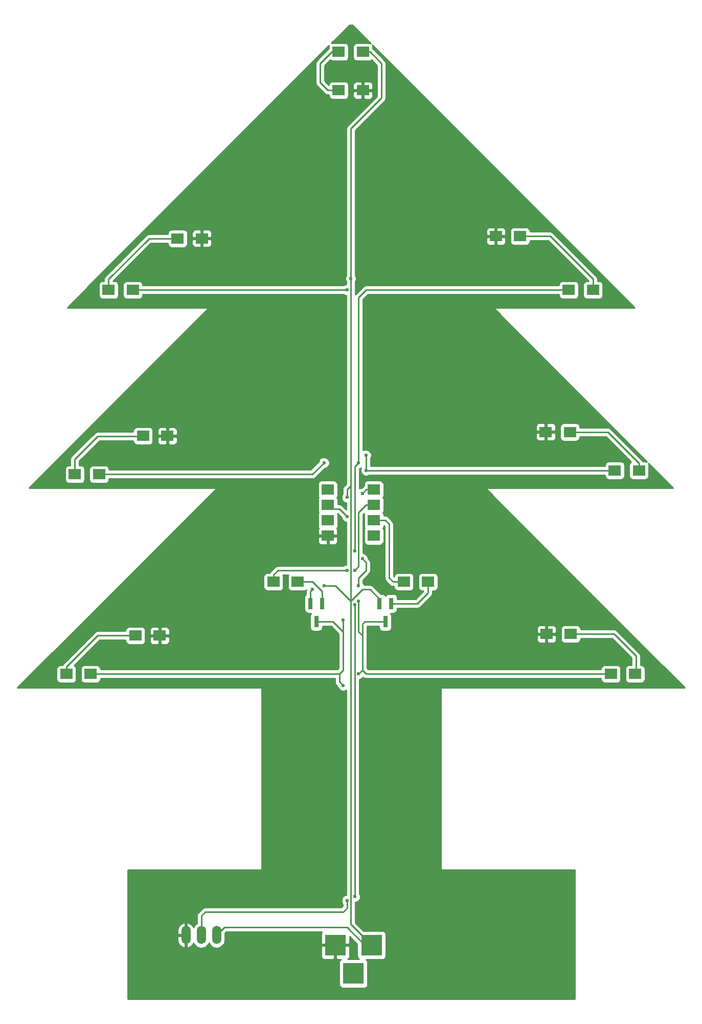
<source format=gbr>
G04 #@! TF.FileFunction,Copper,L1,Top,Signal*
%FSLAX46Y46*%
G04 Gerber Fmt 4.6, Leading zero omitted, Abs format (unit mm)*
G04 Created by KiCad (PCBNEW 4.0.6) date Tuesday, November 14, 2017 'PMt' 08:02:21 PM*
%MOMM*%
%LPD*%
G01*
G04 APERTURE LIST*
%ADD10C,0.100000*%
%ADD11R,2.000000X1.700000*%
%ADD12R,2.000000X1.780000*%
%ADD13O,1.510000X3.010000*%
%ADD14R,3.500000X3.500000*%
%ADD15R,0.800000X1.900000*%
%ADD16C,0.600000*%
%ADD17C,0.250000*%
%ADD18C,0.254000*%
G04 APERTURE END LIST*
D10*
D11*
X48165000Y-128270000D03*
X52165000Y-128270000D03*
X142970000Y-94615000D03*
X138970000Y-94615000D03*
X55150000Y-64770000D03*
X59150000Y-64770000D03*
D12*
X91440000Y-97790000D03*
X99060000Y-105410000D03*
X91440000Y-100330000D03*
X99060000Y-102870000D03*
X91440000Y-102870000D03*
X99060000Y-100330000D03*
X91440000Y-105410000D03*
X99060000Y-97790000D03*
D11*
X142335000Y-128270000D03*
X138335000Y-128270000D03*
X49562000Y-95250000D03*
X53562000Y-95250000D03*
X135350000Y-64770000D03*
X131350000Y-64770000D03*
X59595000Y-121920000D03*
X63595000Y-121920000D03*
X131540000Y-88265000D03*
X127540000Y-88265000D03*
X66580000Y-56261000D03*
X70580000Y-56261000D03*
X131667000Y-121666000D03*
X127667000Y-121666000D03*
X60865000Y-88900000D03*
X64865000Y-88900000D03*
X123285000Y-55880000D03*
X119285000Y-55880000D03*
X93250000Y-31750000D03*
X97250000Y-31750000D03*
D13*
X73025000Y-171450000D03*
X70485000Y-171450000D03*
X67945000Y-171450000D03*
D11*
X93250000Y-25400000D03*
X97250000Y-25400000D03*
D14*
X98679000Y-173101000D03*
X92679000Y-173101000D03*
X95679000Y-177801000D03*
D11*
X104045000Y-113030000D03*
X108045000Y-113030000D03*
X82455000Y-113030000D03*
X86455000Y-113030000D03*
D15*
X90485000Y-116610000D03*
X88585000Y-116610000D03*
X89535000Y-119610000D03*
X101915000Y-116610000D03*
X100015000Y-116610000D03*
X100965000Y-119610000D03*
D16*
X94615000Y-64770000D03*
X97790000Y-92075000D03*
X97790000Y-94615000D03*
X93980000Y-130175000D03*
X93980000Y-119380000D03*
X94615000Y-102235000D03*
X95885000Y-116840000D03*
X95885000Y-165100000D03*
X94615000Y-165735000D03*
X95885000Y-111125000D03*
X94615000Y-111125000D03*
X95250000Y-62865000D03*
X94615000Y-99060000D03*
X97155000Y-98425000D03*
X90805000Y-113665000D03*
X88900000Y-114300000D03*
X90805000Y-93345000D03*
X96520000Y-116205000D03*
X96520000Y-113665000D03*
X97155000Y-109220000D03*
X95885000Y-107950000D03*
X96520000Y-93345000D03*
X96520000Y-128270000D03*
D17*
X48165000Y-128270000D02*
X48165000Y-127095000D01*
X53340000Y-121920000D02*
X59595000Y-121920000D01*
X48165000Y-127095000D02*
X53340000Y-121920000D01*
X59150000Y-64770000D02*
X94615000Y-64770000D01*
X97790000Y-92075000D02*
X97790000Y-94615000D01*
X138970000Y-94615000D02*
X97790000Y-94615000D01*
X93345000Y-129540000D02*
X93345000Y-128270000D01*
X93980000Y-130175000D02*
X93345000Y-129540000D01*
X93980000Y-121285000D02*
X93980000Y-119380000D01*
X89535000Y-119610000D02*
X92305000Y-119610000D01*
X93345000Y-128270000D02*
X52165000Y-128270000D01*
X93980000Y-127635000D02*
X93345000Y-128270000D01*
X93980000Y-121285000D02*
X93980000Y-127635000D01*
X92305000Y-119610000D02*
X93980000Y-121285000D01*
X131540000Y-88265000D02*
X137795000Y-88265000D01*
X142970000Y-93440000D02*
X142970000Y-94615000D01*
X137795000Y-88265000D02*
X142970000Y-93440000D01*
X55150000Y-64770000D02*
X55150000Y-62960000D01*
X61849000Y-56261000D02*
X66580000Y-56261000D01*
X55150000Y-62960000D02*
X61849000Y-56261000D01*
X70485000Y-171450000D02*
X70485000Y-168275000D01*
X93345000Y-100965000D02*
X92075000Y-100965000D01*
X94615000Y-102235000D02*
X93345000Y-100965000D01*
X95885000Y-165100000D02*
X95885000Y-116840000D01*
X94615000Y-167005000D02*
X94615000Y-165735000D01*
X93980000Y-167640000D02*
X94615000Y-167005000D01*
X71120000Y-167640000D02*
X93980000Y-167640000D01*
X70485000Y-168275000D02*
X71120000Y-167640000D01*
X92075000Y-100965000D02*
X91440000Y-100330000D01*
X101600000Y-103505000D02*
X101600000Y-110490000D01*
X101600000Y-103505000D02*
X100965000Y-102870000D01*
X99060000Y-102870000D02*
X100965000Y-102870000D01*
X102235000Y-113030000D02*
X104045000Y-113030000D01*
X101600000Y-112395000D02*
X102235000Y-113030000D01*
X101600000Y-110490000D02*
X101600000Y-112395000D01*
X82455000Y-113030000D02*
X82455000Y-111855000D01*
X97790000Y-100330000D02*
X99060000Y-100330000D01*
X96520000Y-101600000D02*
X97790000Y-100330000D01*
X96520000Y-110490000D02*
X96520000Y-101600000D01*
X95885000Y-111125000D02*
X96520000Y-110490000D01*
X83185000Y-111125000D02*
X94615000Y-111125000D01*
X82455000Y-111855000D02*
X83185000Y-111125000D01*
X131667000Y-121666000D02*
X138811000Y-121666000D01*
X142462000Y-125317000D02*
X142462000Y-127762000D01*
X138811000Y-121666000D02*
X142462000Y-125317000D01*
X49562000Y-95250000D02*
X49562000Y-92742000D01*
X53340000Y-88964000D02*
X60801000Y-88964000D01*
X49562000Y-92742000D02*
X53340000Y-88964000D01*
X60801000Y-88964000D02*
X60865000Y-88900000D01*
X135350000Y-64770000D02*
X135350000Y-62960000D01*
X128270000Y-55880000D02*
X123285000Y-55880000D01*
X135350000Y-62960000D02*
X128270000Y-55880000D01*
X93250000Y-25400000D02*
X92075000Y-25400000D01*
X92075000Y-25400000D02*
X90170000Y-27305000D01*
X90170000Y-27305000D02*
X90170000Y-30480000D01*
X90170000Y-30480000D02*
X91440000Y-31750000D01*
X91440000Y-31750000D02*
X93250000Y-31750000D01*
X95250000Y-38735000D02*
X95250000Y-38100000D01*
X95250000Y-97155000D02*
X95250000Y-62865000D01*
X95250000Y-62865000D02*
X95250000Y-38735000D01*
X98425000Y-25400000D02*
X97250000Y-25400000D01*
X100330000Y-27305000D02*
X98425000Y-25400000D01*
X100330000Y-33020000D02*
X100330000Y-27305000D01*
X95250000Y-38100000D02*
X100330000Y-33020000D01*
X99060000Y-97790000D02*
X97790000Y-97790000D01*
X94615000Y-97790000D02*
X95250000Y-97155000D01*
X94615000Y-99060000D02*
X94615000Y-97790000D01*
X97790000Y-97790000D02*
X97155000Y-98425000D01*
X97155000Y-114300000D02*
X98425000Y-114300000D01*
X95250000Y-116205000D02*
X97155000Y-114300000D01*
X98425000Y-114300000D02*
X100015000Y-115890000D01*
X100015000Y-115890000D02*
X100015000Y-116610000D01*
X88585000Y-116610000D02*
X88585000Y-114615000D01*
X92710000Y-113665000D02*
X95250000Y-116205000D01*
X90805000Y-113665000D02*
X92710000Y-113665000D01*
X88585000Y-114615000D02*
X88900000Y-114300000D01*
X95250000Y-97155000D02*
X95250000Y-116205000D01*
X95250000Y-116205000D02*
X95250000Y-169672000D01*
X95250000Y-169672000D02*
X98679000Y-173101000D01*
X97250000Y-25400000D02*
X97250000Y-25495000D01*
X98679000Y-173101000D02*
X97536000Y-173101000D01*
X97536000Y-173101000D02*
X94615000Y-170180000D01*
X94615000Y-170180000D02*
X74295000Y-170180000D01*
X74295000Y-170180000D02*
X73025000Y-171450000D01*
X108045000Y-113030000D02*
X108045000Y-114840000D01*
X106275000Y-116610000D02*
X101915000Y-116610000D01*
X108045000Y-114840000D02*
X106275000Y-116610000D01*
X53562000Y-95250000D02*
X88900000Y-95250000D01*
X88900000Y-95250000D02*
X90805000Y-93345000D01*
X131350000Y-64770000D02*
X97790000Y-64770000D01*
X96520000Y-66040000D02*
X96520000Y-93345000D01*
X97790000Y-64770000D02*
X96520000Y-66040000D01*
X96520000Y-121285000D02*
X97155000Y-121920000D01*
X96520000Y-116205000D02*
X96520000Y-121285000D01*
X96520000Y-112395000D02*
X96520000Y-113665000D01*
X97790000Y-111125000D02*
X96520000Y-112395000D01*
X97790000Y-109855000D02*
X97790000Y-111125000D01*
X97155000Y-109220000D02*
X97790000Y-109855000D01*
X95885000Y-93980000D02*
X95885000Y-107950000D01*
X96520000Y-93345000D02*
X95885000Y-93980000D01*
X137954000Y-128270000D02*
X133985000Y-128270000D01*
X97790000Y-128270000D02*
X97155000Y-127635000D01*
X97790000Y-128270000D02*
X133985000Y-128270000D01*
X137954000Y-128270000D02*
X138462000Y-127762000D01*
X97155000Y-120015000D02*
X97155000Y-121920000D01*
X97155000Y-121920000D02*
X97155000Y-127635000D01*
X100965000Y-119610000D02*
X97560000Y-119610000D01*
X97560000Y-119610000D02*
X97155000Y-120015000D01*
X97155000Y-127635000D02*
X96520000Y-128270000D01*
X86455000Y-113030000D02*
X88900000Y-113030000D01*
X90485000Y-114615000D02*
X90485000Y-116610000D01*
X88900000Y-113030000D02*
X90485000Y-114615000D01*
D18*
G36*
X98541631Y-23980723D02*
X98501890Y-23953569D01*
X98250000Y-23902560D01*
X96250000Y-23902560D01*
X96014683Y-23946838D01*
X95798559Y-24085910D01*
X95653569Y-24298110D01*
X95602560Y-24550000D01*
X95602560Y-26250000D01*
X95646838Y-26485317D01*
X95785910Y-26701441D01*
X95998110Y-26846431D01*
X96250000Y-26897440D01*
X98250000Y-26897440D01*
X98485317Y-26853162D01*
X98678835Y-26728637D01*
X99570000Y-27619802D01*
X99570000Y-32705198D01*
X94712599Y-37562599D01*
X94547852Y-37809161D01*
X94490000Y-38100000D01*
X94490000Y-62302537D01*
X94457808Y-62334673D01*
X94315162Y-62678201D01*
X94314838Y-63050167D01*
X94456883Y-63393943D01*
X94490000Y-63427118D01*
X94490000Y-63834890D01*
X94429833Y-63834838D01*
X94086057Y-63976883D01*
X94052882Y-64010000D01*
X60797440Y-64010000D01*
X60797440Y-63920000D01*
X60753162Y-63684683D01*
X60614090Y-63468559D01*
X60401890Y-63323569D01*
X60150000Y-63272560D01*
X58150000Y-63272560D01*
X57914683Y-63316838D01*
X57698559Y-63455910D01*
X57553569Y-63668110D01*
X57502560Y-63920000D01*
X57502560Y-65620000D01*
X57546838Y-65855317D01*
X57685910Y-66071441D01*
X57898110Y-66216431D01*
X58150000Y-66267440D01*
X60150000Y-66267440D01*
X60385317Y-66223162D01*
X60601441Y-66084090D01*
X60746431Y-65871890D01*
X60797440Y-65620000D01*
X60797440Y-65530000D01*
X94052537Y-65530000D01*
X94084673Y-65562192D01*
X94428201Y-65704838D01*
X94490000Y-65704892D01*
X94490000Y-96840198D01*
X94077599Y-97252599D01*
X93912852Y-97499161D01*
X93855000Y-97790000D01*
X93855000Y-98497537D01*
X93822808Y-98529673D01*
X93680162Y-98873201D01*
X93679838Y-99245167D01*
X93821883Y-99588943D01*
X94084673Y-99852192D01*
X94428201Y-99994838D01*
X94490000Y-99994892D01*
X94490000Y-101035198D01*
X93882401Y-100427599D01*
X93635839Y-100262852D01*
X93345000Y-100205000D01*
X93087440Y-100205000D01*
X93087440Y-99440000D01*
X93043162Y-99204683D01*
X92949497Y-99059123D01*
X93036431Y-98931890D01*
X93087440Y-98680000D01*
X93087440Y-96900000D01*
X93043162Y-96664683D01*
X92904090Y-96448559D01*
X92691890Y-96303569D01*
X92440000Y-96252560D01*
X90440000Y-96252560D01*
X90204683Y-96296838D01*
X89988559Y-96435910D01*
X89843569Y-96648110D01*
X89792560Y-96900000D01*
X89792560Y-98680000D01*
X89836838Y-98915317D01*
X89930503Y-99060877D01*
X89843569Y-99188110D01*
X89792560Y-99440000D01*
X89792560Y-101220000D01*
X89836838Y-101455317D01*
X89930503Y-101600877D01*
X89843569Y-101728110D01*
X89792560Y-101980000D01*
X89792560Y-103760000D01*
X89836838Y-103995317D01*
X89926820Y-104135154D01*
X89901673Y-104160301D01*
X89805000Y-104393690D01*
X89805000Y-105124250D01*
X89963750Y-105283000D01*
X91313000Y-105283000D01*
X91313000Y-105263000D01*
X91567000Y-105263000D01*
X91567000Y-105283000D01*
X92916250Y-105283000D01*
X93075000Y-105124250D01*
X93075000Y-104393690D01*
X92978327Y-104160301D01*
X92952603Y-104134577D01*
X93036431Y-104011890D01*
X93087440Y-103760000D01*
X93087440Y-101980000D01*
X93043162Y-101744683D01*
X93031035Y-101725837D01*
X93679878Y-102374680D01*
X93679838Y-102420167D01*
X93821883Y-102763943D01*
X94084673Y-103027192D01*
X94428201Y-103169838D01*
X94490000Y-103169892D01*
X94490000Y-110189890D01*
X94429833Y-110189838D01*
X94086057Y-110331883D01*
X94052882Y-110365000D01*
X83185000Y-110365000D01*
X82894161Y-110422852D01*
X82647599Y-110587599D01*
X81917599Y-111317599D01*
X81773967Y-111532560D01*
X81455000Y-111532560D01*
X81219683Y-111576838D01*
X81003559Y-111715910D01*
X80858569Y-111928110D01*
X80807560Y-112180000D01*
X80807560Y-113880000D01*
X80851838Y-114115317D01*
X80990910Y-114331441D01*
X81203110Y-114476431D01*
X81455000Y-114527440D01*
X83455000Y-114527440D01*
X83690317Y-114483162D01*
X83906441Y-114344090D01*
X84051431Y-114131890D01*
X84102440Y-113880000D01*
X84102440Y-112180000D01*
X84058162Y-111944683D01*
X84019757Y-111885000D01*
X84888025Y-111885000D01*
X84858569Y-111928110D01*
X84807560Y-112180000D01*
X84807560Y-113880000D01*
X84851838Y-114115317D01*
X84990910Y-114331441D01*
X85203110Y-114476431D01*
X85455000Y-114527440D01*
X87455000Y-114527440D01*
X87690317Y-114483162D01*
X87874843Y-114364422D01*
X87825000Y-114615000D01*
X87825000Y-115137069D01*
X87733559Y-115195910D01*
X87588569Y-115408110D01*
X87537560Y-115660000D01*
X87537560Y-117560000D01*
X87581838Y-117795317D01*
X87720910Y-118011441D01*
X87933110Y-118156431D01*
X88185000Y-118207440D01*
X88675681Y-118207440D01*
X88538569Y-118408110D01*
X88487560Y-118660000D01*
X88487560Y-120560000D01*
X88531838Y-120795317D01*
X88670910Y-121011441D01*
X88883110Y-121156431D01*
X89135000Y-121207440D01*
X89935000Y-121207440D01*
X90170317Y-121163162D01*
X90386441Y-121024090D01*
X90531431Y-120811890D01*
X90582440Y-120560000D01*
X90582440Y-120370000D01*
X91990198Y-120370000D01*
X93220000Y-121599802D01*
X93220000Y-127320198D01*
X93030198Y-127510000D01*
X53812440Y-127510000D01*
X53812440Y-127420000D01*
X53768162Y-127184683D01*
X53629090Y-126968559D01*
X53416890Y-126823569D01*
X53165000Y-126772560D01*
X51165000Y-126772560D01*
X50929683Y-126816838D01*
X50713559Y-126955910D01*
X50568569Y-127168110D01*
X50517560Y-127420000D01*
X50517560Y-129120000D01*
X50561838Y-129355317D01*
X50700910Y-129571441D01*
X50913110Y-129716431D01*
X51165000Y-129767440D01*
X53165000Y-129767440D01*
X53400317Y-129723162D01*
X53616441Y-129584090D01*
X53761431Y-129371890D01*
X53812440Y-129120000D01*
X53812440Y-129030000D01*
X92585000Y-129030000D01*
X92585000Y-129540000D01*
X92642852Y-129830839D01*
X92807599Y-130077401D01*
X93044878Y-130314680D01*
X93044838Y-130360167D01*
X93186883Y-130703943D01*
X93449673Y-130967192D01*
X93793201Y-131109838D01*
X94165167Y-131110162D01*
X94490000Y-130975944D01*
X94490000Y-164799890D01*
X94429833Y-164799838D01*
X94086057Y-164941883D01*
X93822808Y-165204673D01*
X93680162Y-165548201D01*
X93679838Y-165920167D01*
X93821883Y-166263943D01*
X93855000Y-166297118D01*
X93855000Y-166690198D01*
X93665198Y-166880000D01*
X71120000Y-166880000D01*
X70829161Y-166937852D01*
X70582599Y-167102599D01*
X69947599Y-167737599D01*
X69782852Y-167984161D01*
X69725000Y-168275000D01*
X69725000Y-169526274D01*
X69502122Y-169675197D01*
X69202249Y-170123987D01*
X69180592Y-170050737D01*
X68838076Y-169627319D01*
X68359597Y-169367207D01*
X68286971Y-169352723D01*
X68072000Y-169475317D01*
X68072000Y-171323000D01*
X68092000Y-171323000D01*
X68092000Y-171577000D01*
X68072000Y-171577000D01*
X68072000Y-173424683D01*
X68286971Y-173547277D01*
X68359597Y-173532793D01*
X68838076Y-173272681D01*
X69180592Y-172849263D01*
X69202249Y-172776013D01*
X69502122Y-173224803D01*
X69953070Y-173526118D01*
X70485000Y-173631925D01*
X71016930Y-173526118D01*
X71467878Y-173224803D01*
X71755000Y-172795096D01*
X72042122Y-173224803D01*
X72493070Y-173526118D01*
X73025000Y-173631925D01*
X73556930Y-173526118D01*
X73765508Y-173386750D01*
X90294000Y-173386750D01*
X90294000Y-174977310D01*
X90390673Y-175210699D01*
X90569302Y-175389327D01*
X90802691Y-175486000D01*
X92393250Y-175486000D01*
X92552000Y-175327250D01*
X92552000Y-173228000D01*
X90452750Y-173228000D01*
X90294000Y-173386750D01*
X73765508Y-173386750D01*
X74007878Y-173224803D01*
X74309193Y-172773855D01*
X74415000Y-172241925D01*
X74415000Y-171134802D01*
X74609802Y-170940000D01*
X90441974Y-170940000D01*
X90390673Y-170991301D01*
X90294000Y-171224690D01*
X90294000Y-172815250D01*
X90452750Y-172974000D01*
X92552000Y-172974000D01*
X92552000Y-172954000D01*
X92806000Y-172954000D01*
X92806000Y-172974000D01*
X94905250Y-172974000D01*
X95064000Y-172815250D01*
X95064000Y-171703802D01*
X96281560Y-172921362D01*
X96281560Y-174851000D01*
X96325838Y-175086317D01*
X96464910Y-175302441D01*
X96612903Y-175403560D01*
X94754337Y-175403560D01*
X94788698Y-175389327D01*
X94967327Y-175210699D01*
X95064000Y-174977310D01*
X95064000Y-173386750D01*
X94905250Y-173228000D01*
X92806000Y-173228000D01*
X92806000Y-175327250D01*
X92964750Y-175486000D01*
X93634378Y-175486000D01*
X93477559Y-175586910D01*
X93332569Y-175799110D01*
X93281560Y-176051000D01*
X93281560Y-179551000D01*
X93325838Y-179786317D01*
X93464910Y-180002441D01*
X93677110Y-180147431D01*
X93929000Y-180198440D01*
X97429000Y-180198440D01*
X97664317Y-180154162D01*
X97880441Y-180015090D01*
X98025431Y-179802890D01*
X98076440Y-179551000D01*
X98076440Y-176051000D01*
X98032162Y-175815683D01*
X97893090Y-175599559D01*
X97745097Y-175498440D01*
X100429000Y-175498440D01*
X100664317Y-175454162D01*
X100880441Y-175315090D01*
X101025431Y-175102890D01*
X101076440Y-174851000D01*
X101076440Y-171351000D01*
X101032162Y-171115683D01*
X100893090Y-170899559D01*
X100680890Y-170754569D01*
X100429000Y-170703560D01*
X97356362Y-170703560D01*
X96010000Y-169357198D01*
X96010000Y-166035110D01*
X96070167Y-166035162D01*
X96413943Y-165893117D01*
X96677192Y-165630327D01*
X96819838Y-165286799D01*
X96820162Y-164914833D01*
X96678117Y-164571057D01*
X96645000Y-164537882D01*
X96645000Y-129205110D01*
X96705167Y-129205162D01*
X97048943Y-129063117D01*
X97284052Y-128828417D01*
X97499161Y-128972148D01*
X97790000Y-129030000D01*
X136687560Y-129030000D01*
X136687560Y-129120000D01*
X136731838Y-129355317D01*
X136870910Y-129571441D01*
X137083110Y-129716431D01*
X137335000Y-129767440D01*
X139335000Y-129767440D01*
X139570317Y-129723162D01*
X139786441Y-129584090D01*
X139931431Y-129371890D01*
X139982440Y-129120000D01*
X139982440Y-127420000D01*
X139938162Y-127184683D01*
X139799090Y-126968559D01*
X139586890Y-126823569D01*
X139335000Y-126772560D01*
X137335000Y-126772560D01*
X137099683Y-126816838D01*
X136883559Y-126955910D01*
X136738569Y-127168110D01*
X136687560Y-127420000D01*
X136687560Y-127510000D01*
X98104802Y-127510000D01*
X97915000Y-127320198D01*
X97915000Y-121951750D01*
X126032000Y-121951750D01*
X126032000Y-122642310D01*
X126128673Y-122875699D01*
X126307302Y-123054327D01*
X126540691Y-123151000D01*
X127381250Y-123151000D01*
X127540000Y-122992250D01*
X127540000Y-121793000D01*
X127794000Y-121793000D01*
X127794000Y-122992250D01*
X127952750Y-123151000D01*
X128793309Y-123151000D01*
X129026698Y-123054327D01*
X129205327Y-122875699D01*
X129302000Y-122642310D01*
X129302000Y-121951750D01*
X129143250Y-121793000D01*
X127794000Y-121793000D01*
X127540000Y-121793000D01*
X126190750Y-121793000D01*
X126032000Y-121951750D01*
X97915000Y-121951750D01*
X97915000Y-120370000D01*
X99917560Y-120370000D01*
X99917560Y-120560000D01*
X99961838Y-120795317D01*
X100100910Y-121011441D01*
X100313110Y-121156431D01*
X100565000Y-121207440D01*
X101365000Y-121207440D01*
X101600317Y-121163162D01*
X101816441Y-121024090D01*
X101961431Y-120811890D01*
X101986177Y-120689690D01*
X126032000Y-120689690D01*
X126032000Y-121380250D01*
X126190750Y-121539000D01*
X127540000Y-121539000D01*
X127540000Y-120339750D01*
X127794000Y-120339750D01*
X127794000Y-121539000D01*
X129143250Y-121539000D01*
X129302000Y-121380250D01*
X129302000Y-120816000D01*
X130019560Y-120816000D01*
X130019560Y-122516000D01*
X130063838Y-122751317D01*
X130202910Y-122967441D01*
X130415110Y-123112431D01*
X130667000Y-123163440D01*
X132667000Y-123163440D01*
X132902317Y-123119162D01*
X133118441Y-122980090D01*
X133263431Y-122767890D01*
X133314440Y-122516000D01*
X133314440Y-122426000D01*
X138496198Y-122426000D01*
X141702000Y-125631802D01*
X141702000Y-126772560D01*
X141335000Y-126772560D01*
X141099683Y-126816838D01*
X140883559Y-126955910D01*
X140738569Y-127168110D01*
X140687560Y-127420000D01*
X140687560Y-129120000D01*
X140731838Y-129355317D01*
X140870910Y-129571441D01*
X141083110Y-129716431D01*
X141335000Y-129767440D01*
X143335000Y-129767440D01*
X143570317Y-129723162D01*
X143786441Y-129584090D01*
X143931431Y-129371890D01*
X143982440Y-129120000D01*
X143982440Y-127420000D01*
X143938162Y-127184683D01*
X143799090Y-126968559D01*
X143586890Y-126823569D01*
X143335000Y-126772560D01*
X143222000Y-126772560D01*
X143222000Y-125317000D01*
X143164148Y-125026161D01*
X142999401Y-124779599D01*
X139348401Y-121128599D01*
X139101839Y-120963852D01*
X138811000Y-120906000D01*
X133314440Y-120906000D01*
X133314440Y-120816000D01*
X133270162Y-120580683D01*
X133131090Y-120364559D01*
X132918890Y-120219569D01*
X132667000Y-120168560D01*
X130667000Y-120168560D01*
X130431683Y-120212838D01*
X130215559Y-120351910D01*
X130070569Y-120564110D01*
X130019560Y-120816000D01*
X129302000Y-120816000D01*
X129302000Y-120689690D01*
X129205327Y-120456301D01*
X129026698Y-120277673D01*
X128793309Y-120181000D01*
X127952750Y-120181000D01*
X127794000Y-120339750D01*
X127540000Y-120339750D01*
X127381250Y-120181000D01*
X126540691Y-120181000D01*
X126307302Y-120277673D01*
X126128673Y-120456301D01*
X126032000Y-120689690D01*
X101986177Y-120689690D01*
X102012440Y-120560000D01*
X102012440Y-118660000D01*
X101968162Y-118424683D01*
X101829090Y-118208559D01*
X101827452Y-118207440D01*
X102315000Y-118207440D01*
X102550317Y-118163162D01*
X102766441Y-118024090D01*
X102911431Y-117811890D01*
X102962440Y-117560000D01*
X102962440Y-117370000D01*
X106275000Y-117370000D01*
X106565839Y-117312148D01*
X106812401Y-117147401D01*
X108582401Y-115377401D01*
X108747148Y-115130839D01*
X108805000Y-114840000D01*
X108805000Y-114527440D01*
X109045000Y-114527440D01*
X109280317Y-114483162D01*
X109496441Y-114344090D01*
X109641431Y-114131890D01*
X109692440Y-113880000D01*
X109692440Y-112180000D01*
X109648162Y-111944683D01*
X109509090Y-111728559D01*
X109296890Y-111583569D01*
X109045000Y-111532560D01*
X107045000Y-111532560D01*
X106809683Y-111576838D01*
X106593559Y-111715910D01*
X106448569Y-111928110D01*
X106397560Y-112180000D01*
X106397560Y-113880000D01*
X106441838Y-114115317D01*
X106580910Y-114331441D01*
X106793110Y-114476431D01*
X107045000Y-114527440D01*
X107282758Y-114527440D01*
X105960198Y-115850000D01*
X102962440Y-115850000D01*
X102962440Y-115660000D01*
X102918162Y-115424683D01*
X102779090Y-115208559D01*
X102566890Y-115063569D01*
X102315000Y-115012560D01*
X101515000Y-115012560D01*
X101279683Y-115056838D01*
X101063559Y-115195910D01*
X100964367Y-115341083D01*
X100879090Y-115208559D01*
X100666890Y-115063569D01*
X100415000Y-115012560D01*
X100212362Y-115012560D01*
X98962401Y-113762599D01*
X98715839Y-113597852D01*
X98425000Y-113540000D01*
X97455110Y-113540000D01*
X97455162Y-113479833D01*
X97313117Y-113136057D01*
X97280000Y-113102882D01*
X97280000Y-112709802D01*
X98327401Y-111662401D01*
X98492148Y-111415840D01*
X98550000Y-111125000D01*
X98550000Y-109855000D01*
X98492148Y-109564161D01*
X98327401Y-109317599D01*
X98090122Y-109080320D01*
X98090162Y-109034833D01*
X97948117Y-108691057D01*
X97685327Y-108427808D01*
X97341799Y-108285162D01*
X97280000Y-108285108D01*
X97280000Y-101914802D01*
X97462776Y-101732026D01*
X97412560Y-101980000D01*
X97412560Y-103760000D01*
X97456838Y-103995317D01*
X97550503Y-104140877D01*
X97463569Y-104268110D01*
X97412560Y-104520000D01*
X97412560Y-106300000D01*
X97456838Y-106535317D01*
X97595910Y-106751441D01*
X97808110Y-106896431D01*
X98060000Y-106947440D01*
X100060000Y-106947440D01*
X100295317Y-106903162D01*
X100511441Y-106764090D01*
X100656431Y-106551890D01*
X100707440Y-106300000D01*
X100707440Y-104520000D01*
X100663162Y-104284683D01*
X100569497Y-104139123D01*
X100656431Y-104011890D01*
X100707440Y-103760000D01*
X100707440Y-103687242D01*
X100840000Y-103819802D01*
X100840000Y-112395000D01*
X100897852Y-112685839D01*
X101062599Y-112932401D01*
X101697599Y-113567401D01*
X101944161Y-113732148D01*
X102235000Y-113790000D01*
X102397560Y-113790000D01*
X102397560Y-113880000D01*
X102441838Y-114115317D01*
X102580910Y-114331441D01*
X102793110Y-114476431D01*
X103045000Y-114527440D01*
X105045000Y-114527440D01*
X105280317Y-114483162D01*
X105496441Y-114344090D01*
X105641431Y-114131890D01*
X105692440Y-113880000D01*
X105692440Y-112180000D01*
X105648162Y-111944683D01*
X105509090Y-111728559D01*
X105296890Y-111583569D01*
X105045000Y-111532560D01*
X103045000Y-111532560D01*
X102809683Y-111576838D01*
X102593559Y-111715910D01*
X102448569Y-111928110D01*
X102408042Y-112128240D01*
X102360000Y-112080198D01*
X102360000Y-103505000D01*
X102302148Y-103214161D01*
X102137401Y-102967599D01*
X101502401Y-102332599D01*
X101255839Y-102167852D01*
X100965000Y-102110000D01*
X100707440Y-102110000D01*
X100707440Y-101980000D01*
X100663162Y-101744683D01*
X100569497Y-101599123D01*
X100656431Y-101471890D01*
X100707440Y-101220000D01*
X100707440Y-99440000D01*
X100663162Y-99204683D01*
X100569497Y-99059123D01*
X100656431Y-98931890D01*
X100707440Y-98680000D01*
X100707440Y-96900000D01*
X100663162Y-96664683D01*
X100524090Y-96448559D01*
X100311890Y-96303569D01*
X100060000Y-96252560D01*
X98060000Y-96252560D01*
X97824683Y-96296838D01*
X97608559Y-96435910D01*
X97463569Y-96648110D01*
X97412560Y-96900000D01*
X97412560Y-97145717D01*
X97252599Y-97252599D01*
X97015320Y-97489878D01*
X96969833Y-97489838D01*
X96645000Y-97624056D01*
X96645000Y-94294802D01*
X96659680Y-94280122D01*
X96705167Y-94280162D01*
X96960430Y-94174690D01*
X96855162Y-94428201D01*
X96854838Y-94800167D01*
X96996883Y-95143943D01*
X97259673Y-95407192D01*
X97603201Y-95549838D01*
X97975167Y-95550162D01*
X98318943Y-95408117D01*
X98352118Y-95375000D01*
X137322560Y-95375000D01*
X137322560Y-95465000D01*
X137366838Y-95700317D01*
X137505910Y-95916441D01*
X137718110Y-96061431D01*
X137970000Y-96112440D01*
X139970000Y-96112440D01*
X140205317Y-96068162D01*
X140421441Y-95929090D01*
X140566431Y-95716890D01*
X140617440Y-95465000D01*
X140617440Y-93765000D01*
X140573162Y-93529683D01*
X140434090Y-93313559D01*
X140221890Y-93168569D01*
X139970000Y-93117560D01*
X137970000Y-93117560D01*
X137734683Y-93161838D01*
X137518559Y-93300910D01*
X137373569Y-93513110D01*
X137322560Y-93765000D01*
X137322560Y-93855000D01*
X98550000Y-93855000D01*
X98550000Y-92637463D01*
X98582192Y-92605327D01*
X98724838Y-92261799D01*
X98725162Y-91889833D01*
X98583117Y-91546057D01*
X98320327Y-91282808D01*
X97976799Y-91140162D01*
X97604833Y-91139838D01*
X97280000Y-91274056D01*
X97280000Y-88550750D01*
X125905000Y-88550750D01*
X125905000Y-89241310D01*
X126001673Y-89474699D01*
X126180302Y-89653327D01*
X126413691Y-89750000D01*
X127254250Y-89750000D01*
X127413000Y-89591250D01*
X127413000Y-88392000D01*
X127667000Y-88392000D01*
X127667000Y-89591250D01*
X127825750Y-89750000D01*
X128666309Y-89750000D01*
X128899698Y-89653327D01*
X129078327Y-89474699D01*
X129175000Y-89241310D01*
X129175000Y-88550750D01*
X129016250Y-88392000D01*
X127667000Y-88392000D01*
X127413000Y-88392000D01*
X126063750Y-88392000D01*
X125905000Y-88550750D01*
X97280000Y-88550750D01*
X97280000Y-87288690D01*
X125905000Y-87288690D01*
X125905000Y-87979250D01*
X126063750Y-88138000D01*
X127413000Y-88138000D01*
X127413000Y-86938750D01*
X127667000Y-86938750D01*
X127667000Y-88138000D01*
X129016250Y-88138000D01*
X129175000Y-87979250D01*
X129175000Y-87288690D01*
X129078327Y-87055301D01*
X128899698Y-86876673D01*
X128666309Y-86780000D01*
X127825750Y-86780000D01*
X127667000Y-86938750D01*
X127413000Y-86938750D01*
X127254250Y-86780000D01*
X126413691Y-86780000D01*
X126180302Y-86876673D01*
X126001673Y-87055301D01*
X125905000Y-87288690D01*
X97280000Y-87288690D01*
X97280000Y-66354802D01*
X98104802Y-65530000D01*
X129702560Y-65530000D01*
X129702560Y-65620000D01*
X129746838Y-65855317D01*
X129885910Y-66071441D01*
X130098110Y-66216431D01*
X130350000Y-66267440D01*
X132350000Y-66267440D01*
X132585317Y-66223162D01*
X132801441Y-66084090D01*
X132946431Y-65871890D01*
X132997440Y-65620000D01*
X132997440Y-63920000D01*
X132953162Y-63684683D01*
X132814090Y-63468559D01*
X132601890Y-63323569D01*
X132350000Y-63272560D01*
X130350000Y-63272560D01*
X130114683Y-63316838D01*
X129898559Y-63455910D01*
X129753569Y-63668110D01*
X129702560Y-63920000D01*
X129702560Y-64010000D01*
X97790000Y-64010000D01*
X97499160Y-64067852D01*
X97252599Y-64232599D01*
X96010000Y-65475198D01*
X96010000Y-63427463D01*
X96042192Y-63395327D01*
X96184838Y-63051799D01*
X96185162Y-62679833D01*
X96043117Y-62336057D01*
X96010000Y-62302882D01*
X96010000Y-56165750D01*
X117650000Y-56165750D01*
X117650000Y-56856310D01*
X117746673Y-57089699D01*
X117925302Y-57268327D01*
X118158691Y-57365000D01*
X118999250Y-57365000D01*
X119158000Y-57206250D01*
X119158000Y-56007000D01*
X119412000Y-56007000D01*
X119412000Y-57206250D01*
X119570750Y-57365000D01*
X120411309Y-57365000D01*
X120644698Y-57268327D01*
X120823327Y-57089699D01*
X120920000Y-56856310D01*
X120920000Y-56165750D01*
X120761250Y-56007000D01*
X119412000Y-56007000D01*
X119158000Y-56007000D01*
X117808750Y-56007000D01*
X117650000Y-56165750D01*
X96010000Y-56165750D01*
X96010000Y-54903690D01*
X117650000Y-54903690D01*
X117650000Y-55594250D01*
X117808750Y-55753000D01*
X119158000Y-55753000D01*
X119158000Y-54553750D01*
X119412000Y-54553750D01*
X119412000Y-55753000D01*
X120761250Y-55753000D01*
X120920000Y-55594250D01*
X120920000Y-55030000D01*
X121637560Y-55030000D01*
X121637560Y-56730000D01*
X121681838Y-56965317D01*
X121820910Y-57181441D01*
X122033110Y-57326431D01*
X122285000Y-57377440D01*
X124285000Y-57377440D01*
X124520317Y-57333162D01*
X124736441Y-57194090D01*
X124881431Y-56981890D01*
X124932440Y-56730000D01*
X124932440Y-56640000D01*
X127955198Y-56640000D01*
X134587758Y-63272560D01*
X134350000Y-63272560D01*
X134114683Y-63316838D01*
X133898559Y-63455910D01*
X133753569Y-63668110D01*
X133702560Y-63920000D01*
X133702560Y-65620000D01*
X133746838Y-65855317D01*
X133885910Y-66071441D01*
X134098110Y-66216431D01*
X134350000Y-66267440D01*
X136350000Y-66267440D01*
X136585317Y-66223162D01*
X136801441Y-66084090D01*
X136946431Y-65871890D01*
X136997440Y-65620000D01*
X136997440Y-63920000D01*
X136953162Y-63684683D01*
X136814090Y-63468559D01*
X136601890Y-63323569D01*
X136350000Y-63272560D01*
X136110000Y-63272560D01*
X136110000Y-62960000D01*
X136052148Y-62669161D01*
X135887401Y-62422599D01*
X128807401Y-55342599D01*
X128560839Y-55177852D01*
X128270000Y-55120000D01*
X124932440Y-55120000D01*
X124932440Y-55030000D01*
X124888162Y-54794683D01*
X124749090Y-54578559D01*
X124536890Y-54433569D01*
X124285000Y-54382560D01*
X122285000Y-54382560D01*
X122049683Y-54426838D01*
X121833559Y-54565910D01*
X121688569Y-54778110D01*
X121637560Y-55030000D01*
X120920000Y-55030000D01*
X120920000Y-54903690D01*
X120823327Y-54670301D01*
X120644698Y-54491673D01*
X120411309Y-54395000D01*
X119570750Y-54395000D01*
X119412000Y-54553750D01*
X119158000Y-54553750D01*
X118999250Y-54395000D01*
X118158691Y-54395000D01*
X117925302Y-54491673D01*
X117746673Y-54670301D01*
X117650000Y-54903690D01*
X96010000Y-54903690D01*
X96010000Y-38414802D01*
X100867401Y-33557401D01*
X101032148Y-33310839D01*
X101090000Y-33020000D01*
X101090000Y-27305000D01*
X101032148Y-27014161D01*
X100867401Y-26767599D01*
X98962401Y-24862599D01*
X98897440Y-24819194D01*
X98897440Y-24550000D01*
X98853162Y-24314683D01*
X98812680Y-24251772D01*
X142251908Y-67691000D01*
X119126000Y-67691000D01*
X119076590Y-67701006D01*
X119034965Y-67729447D01*
X119007685Y-67771841D01*
X118999048Y-67821509D01*
X119010416Y-67870623D01*
X119036197Y-67907803D01*
X120022130Y-68893736D01*
X120147954Y-69082046D01*
X144261631Y-93195723D01*
X144221890Y-93168569D01*
X143970000Y-93117560D01*
X143651034Y-93117560D01*
X143507401Y-92902599D01*
X138332401Y-87727599D01*
X138085839Y-87562852D01*
X137795000Y-87505000D01*
X133187440Y-87505000D01*
X133187440Y-87415000D01*
X133143162Y-87179683D01*
X133004090Y-86963559D01*
X132791890Y-86818569D01*
X132540000Y-86767560D01*
X130540000Y-86767560D01*
X130304683Y-86811838D01*
X130088559Y-86950910D01*
X129943569Y-87163110D01*
X129892560Y-87415000D01*
X129892560Y-89115000D01*
X129936838Y-89350317D01*
X130075910Y-89566441D01*
X130288110Y-89711431D01*
X130540000Y-89762440D01*
X132540000Y-89762440D01*
X132775317Y-89718162D01*
X132991441Y-89579090D01*
X133136431Y-89366890D01*
X133187440Y-89115000D01*
X133187440Y-89025000D01*
X137480198Y-89025000D01*
X141663099Y-93207901D01*
X141518559Y-93300910D01*
X141373569Y-93513110D01*
X141322560Y-93765000D01*
X141322560Y-95465000D01*
X141366838Y-95700317D01*
X141505910Y-95916441D01*
X141718110Y-96061431D01*
X141970000Y-96112440D01*
X143970000Y-96112440D01*
X144205317Y-96068162D01*
X144421441Y-95929090D01*
X144566431Y-95716890D01*
X144617440Y-95465000D01*
X144617440Y-93765000D01*
X144573162Y-93529683D01*
X144532680Y-93466772D01*
X148601908Y-97536000D01*
X117856000Y-97536000D01*
X117806590Y-97546006D01*
X117764965Y-97574447D01*
X117737685Y-97616841D01*
X117729048Y-97666509D01*
X117740416Y-97715623D01*
X117766197Y-97752803D01*
X118752130Y-98738736D01*
X118877954Y-98927046D01*
X150506908Y-130556000D01*
X110236000Y-130556000D01*
X110186590Y-130566006D01*
X110144965Y-130594447D01*
X110117685Y-130636841D01*
X110109000Y-130683000D01*
X110109000Y-160528000D01*
X110119006Y-160577410D01*
X110147447Y-160619035D01*
X110189841Y-160646315D01*
X110236000Y-160655000D01*
X132334000Y-160655000D01*
X132334000Y-181991000D01*
X58293000Y-181991000D01*
X58293000Y-171577000D01*
X66555000Y-171577000D01*
X66555000Y-172327000D01*
X66709408Y-172849263D01*
X67051924Y-173272681D01*
X67530403Y-173532793D01*
X67603029Y-173547277D01*
X67818000Y-173424683D01*
X67818000Y-171577000D01*
X66555000Y-171577000D01*
X58293000Y-171577000D01*
X58293000Y-170573000D01*
X66555000Y-170573000D01*
X66555000Y-171323000D01*
X67818000Y-171323000D01*
X67818000Y-169475317D01*
X67603029Y-169352723D01*
X67530403Y-169367207D01*
X67051924Y-169627319D01*
X66709408Y-170050737D01*
X66555000Y-170573000D01*
X58293000Y-170573000D01*
X58293000Y-160655000D01*
X80391000Y-160655000D01*
X80440410Y-160644994D01*
X80482035Y-160616553D01*
X80509315Y-160574159D01*
X80518000Y-160528000D01*
X80518000Y-130683000D01*
X80507994Y-130633590D01*
X80479553Y-130591965D01*
X80437159Y-130564685D01*
X80391000Y-130556000D01*
X40057606Y-130556000D01*
X43193606Y-127420000D01*
X46517560Y-127420000D01*
X46517560Y-129120000D01*
X46561838Y-129355317D01*
X46700910Y-129571441D01*
X46913110Y-129716431D01*
X47165000Y-129767440D01*
X49165000Y-129767440D01*
X49400317Y-129723162D01*
X49616441Y-129584090D01*
X49761431Y-129371890D01*
X49812440Y-129120000D01*
X49812440Y-127420000D01*
X49768162Y-127184683D01*
X49629090Y-126968559D01*
X49472937Y-126861865D01*
X53654802Y-122680000D01*
X57947560Y-122680000D01*
X57947560Y-122770000D01*
X57991838Y-123005317D01*
X58130910Y-123221441D01*
X58343110Y-123366431D01*
X58595000Y-123417440D01*
X60595000Y-123417440D01*
X60830317Y-123373162D01*
X61046441Y-123234090D01*
X61191431Y-123021890D01*
X61242440Y-122770000D01*
X61242440Y-122205750D01*
X61960000Y-122205750D01*
X61960000Y-122896310D01*
X62056673Y-123129699D01*
X62235302Y-123308327D01*
X62468691Y-123405000D01*
X63309250Y-123405000D01*
X63468000Y-123246250D01*
X63468000Y-122047000D01*
X63722000Y-122047000D01*
X63722000Y-123246250D01*
X63880750Y-123405000D01*
X64721309Y-123405000D01*
X64954698Y-123308327D01*
X65133327Y-123129699D01*
X65230000Y-122896310D01*
X65230000Y-122205750D01*
X65071250Y-122047000D01*
X63722000Y-122047000D01*
X63468000Y-122047000D01*
X62118750Y-122047000D01*
X61960000Y-122205750D01*
X61242440Y-122205750D01*
X61242440Y-121070000D01*
X61218674Y-120943690D01*
X61960000Y-120943690D01*
X61960000Y-121634250D01*
X62118750Y-121793000D01*
X63468000Y-121793000D01*
X63468000Y-120593750D01*
X63722000Y-120593750D01*
X63722000Y-121793000D01*
X65071250Y-121793000D01*
X65230000Y-121634250D01*
X65230000Y-120943690D01*
X65133327Y-120710301D01*
X64954698Y-120531673D01*
X64721309Y-120435000D01*
X63880750Y-120435000D01*
X63722000Y-120593750D01*
X63468000Y-120593750D01*
X63309250Y-120435000D01*
X62468691Y-120435000D01*
X62235302Y-120531673D01*
X62056673Y-120710301D01*
X61960000Y-120943690D01*
X61218674Y-120943690D01*
X61198162Y-120834683D01*
X61059090Y-120618559D01*
X60846890Y-120473569D01*
X60595000Y-120422560D01*
X58595000Y-120422560D01*
X58359683Y-120466838D01*
X58143559Y-120605910D01*
X57998569Y-120818110D01*
X57947560Y-121070000D01*
X57947560Y-121160000D01*
X53340000Y-121160000D01*
X53049160Y-121217852D01*
X52802599Y-121382599D01*
X47627599Y-126557599D01*
X47483967Y-126772560D01*
X47165000Y-126772560D01*
X46929683Y-126816838D01*
X46713559Y-126955910D01*
X46568569Y-127168110D01*
X46517560Y-127420000D01*
X43193606Y-127420000D01*
X64917856Y-105695750D01*
X89805000Y-105695750D01*
X89805000Y-106426310D01*
X89901673Y-106659699D01*
X90080302Y-106838327D01*
X90313691Y-106935000D01*
X91154250Y-106935000D01*
X91313000Y-106776250D01*
X91313000Y-105537000D01*
X91567000Y-105537000D01*
X91567000Y-106776250D01*
X91725750Y-106935000D01*
X92566309Y-106935000D01*
X92799698Y-106838327D01*
X92978327Y-106659699D01*
X93075000Y-106426310D01*
X93075000Y-105695750D01*
X92916250Y-105537000D01*
X91567000Y-105537000D01*
X91313000Y-105537000D01*
X89963750Y-105537000D01*
X89805000Y-105695750D01*
X64917856Y-105695750D01*
X72860803Y-97752803D01*
X72888666Y-97710789D01*
X72897988Y-97661246D01*
X72887300Y-97611978D01*
X72858287Y-97570751D01*
X72815520Y-97544059D01*
X72771000Y-97536000D01*
X41962606Y-97536000D01*
X45098606Y-94400000D01*
X47914560Y-94400000D01*
X47914560Y-96100000D01*
X47958838Y-96335317D01*
X48097910Y-96551441D01*
X48310110Y-96696431D01*
X48562000Y-96747440D01*
X50562000Y-96747440D01*
X50797317Y-96703162D01*
X51013441Y-96564090D01*
X51158431Y-96351890D01*
X51209440Y-96100000D01*
X51209440Y-94400000D01*
X51914560Y-94400000D01*
X51914560Y-96100000D01*
X51958838Y-96335317D01*
X52097910Y-96551441D01*
X52310110Y-96696431D01*
X52562000Y-96747440D01*
X54562000Y-96747440D01*
X54797317Y-96703162D01*
X55013441Y-96564090D01*
X55158431Y-96351890D01*
X55209440Y-96100000D01*
X55209440Y-96010000D01*
X88900000Y-96010000D01*
X89190839Y-95952148D01*
X89437401Y-95787401D01*
X90944680Y-94280122D01*
X90990167Y-94280162D01*
X91333943Y-94138117D01*
X91597192Y-93875327D01*
X91739838Y-93531799D01*
X91740162Y-93159833D01*
X91598117Y-92816057D01*
X91335327Y-92552808D01*
X90991799Y-92410162D01*
X90619833Y-92409838D01*
X90276057Y-92551883D01*
X90012808Y-92814673D01*
X89870162Y-93158201D01*
X89870121Y-93205077D01*
X88585198Y-94490000D01*
X55209440Y-94490000D01*
X55209440Y-94400000D01*
X55165162Y-94164683D01*
X55026090Y-93948559D01*
X54813890Y-93803569D01*
X54562000Y-93752560D01*
X52562000Y-93752560D01*
X52326683Y-93796838D01*
X52110559Y-93935910D01*
X51965569Y-94148110D01*
X51914560Y-94400000D01*
X51209440Y-94400000D01*
X51165162Y-94164683D01*
X51026090Y-93948559D01*
X50813890Y-93803569D01*
X50562000Y-93752560D01*
X50322000Y-93752560D01*
X50322000Y-93056802D01*
X53654802Y-89724000D01*
X59217560Y-89724000D01*
X59217560Y-89750000D01*
X59261838Y-89985317D01*
X59400910Y-90201441D01*
X59613110Y-90346431D01*
X59865000Y-90397440D01*
X61865000Y-90397440D01*
X62100317Y-90353162D01*
X62316441Y-90214090D01*
X62461431Y-90001890D01*
X62512440Y-89750000D01*
X62512440Y-89185750D01*
X63230000Y-89185750D01*
X63230000Y-89876310D01*
X63326673Y-90109699D01*
X63505302Y-90288327D01*
X63738691Y-90385000D01*
X64579250Y-90385000D01*
X64738000Y-90226250D01*
X64738000Y-89027000D01*
X64992000Y-89027000D01*
X64992000Y-90226250D01*
X65150750Y-90385000D01*
X65991309Y-90385000D01*
X66224698Y-90288327D01*
X66403327Y-90109699D01*
X66500000Y-89876310D01*
X66500000Y-89185750D01*
X66341250Y-89027000D01*
X64992000Y-89027000D01*
X64738000Y-89027000D01*
X63388750Y-89027000D01*
X63230000Y-89185750D01*
X62512440Y-89185750D01*
X62512440Y-88050000D01*
X62488674Y-87923690D01*
X63230000Y-87923690D01*
X63230000Y-88614250D01*
X63388750Y-88773000D01*
X64738000Y-88773000D01*
X64738000Y-87573750D01*
X64992000Y-87573750D01*
X64992000Y-88773000D01*
X66341250Y-88773000D01*
X66500000Y-88614250D01*
X66500000Y-87923690D01*
X66403327Y-87690301D01*
X66224698Y-87511673D01*
X65991309Y-87415000D01*
X65150750Y-87415000D01*
X64992000Y-87573750D01*
X64738000Y-87573750D01*
X64579250Y-87415000D01*
X63738691Y-87415000D01*
X63505302Y-87511673D01*
X63326673Y-87690301D01*
X63230000Y-87923690D01*
X62488674Y-87923690D01*
X62468162Y-87814683D01*
X62329090Y-87598559D01*
X62116890Y-87453569D01*
X61865000Y-87402560D01*
X59865000Y-87402560D01*
X59629683Y-87446838D01*
X59413559Y-87585910D01*
X59268569Y-87798110D01*
X59217560Y-88050000D01*
X59217560Y-88204000D01*
X53340000Y-88204000D01*
X53049161Y-88261852D01*
X52802599Y-88426599D01*
X49024599Y-92204599D01*
X48859852Y-92451161D01*
X48802000Y-92742000D01*
X48802000Y-93752560D01*
X48562000Y-93752560D01*
X48326683Y-93796838D01*
X48110559Y-93935910D01*
X47965569Y-94148110D01*
X47914560Y-94400000D01*
X45098606Y-94400000D01*
X71590803Y-67907803D01*
X71618666Y-67865789D01*
X71627988Y-67816246D01*
X71617300Y-67766978D01*
X71588287Y-67725751D01*
X71545520Y-67699059D01*
X71501000Y-67691000D01*
X48312606Y-67691000D01*
X52083606Y-63920000D01*
X53502560Y-63920000D01*
X53502560Y-65620000D01*
X53546838Y-65855317D01*
X53685910Y-66071441D01*
X53898110Y-66216431D01*
X54150000Y-66267440D01*
X56150000Y-66267440D01*
X56385317Y-66223162D01*
X56601441Y-66084090D01*
X56746431Y-65871890D01*
X56797440Y-65620000D01*
X56797440Y-63920000D01*
X56753162Y-63684683D01*
X56614090Y-63468559D01*
X56401890Y-63323569D01*
X56150000Y-63272560D01*
X55912242Y-63272560D01*
X62163802Y-57021000D01*
X64932560Y-57021000D01*
X64932560Y-57111000D01*
X64976838Y-57346317D01*
X65115910Y-57562441D01*
X65328110Y-57707431D01*
X65580000Y-57758440D01*
X67580000Y-57758440D01*
X67815317Y-57714162D01*
X68031441Y-57575090D01*
X68176431Y-57362890D01*
X68227440Y-57111000D01*
X68227440Y-56546750D01*
X68945000Y-56546750D01*
X68945000Y-57237310D01*
X69041673Y-57470699D01*
X69220302Y-57649327D01*
X69453691Y-57746000D01*
X70294250Y-57746000D01*
X70453000Y-57587250D01*
X70453000Y-56388000D01*
X70707000Y-56388000D01*
X70707000Y-57587250D01*
X70865750Y-57746000D01*
X71706309Y-57746000D01*
X71939698Y-57649327D01*
X72118327Y-57470699D01*
X72215000Y-57237310D01*
X72215000Y-56546750D01*
X72056250Y-56388000D01*
X70707000Y-56388000D01*
X70453000Y-56388000D01*
X69103750Y-56388000D01*
X68945000Y-56546750D01*
X68227440Y-56546750D01*
X68227440Y-55411000D01*
X68203674Y-55284690D01*
X68945000Y-55284690D01*
X68945000Y-55975250D01*
X69103750Y-56134000D01*
X70453000Y-56134000D01*
X70453000Y-54934750D01*
X70707000Y-54934750D01*
X70707000Y-56134000D01*
X72056250Y-56134000D01*
X72215000Y-55975250D01*
X72215000Y-55284690D01*
X72118327Y-55051301D01*
X71939698Y-54872673D01*
X71706309Y-54776000D01*
X70865750Y-54776000D01*
X70707000Y-54934750D01*
X70453000Y-54934750D01*
X70294250Y-54776000D01*
X69453691Y-54776000D01*
X69220302Y-54872673D01*
X69041673Y-55051301D01*
X68945000Y-55284690D01*
X68203674Y-55284690D01*
X68183162Y-55175683D01*
X68044090Y-54959559D01*
X67831890Y-54814569D01*
X67580000Y-54763560D01*
X65580000Y-54763560D01*
X65344683Y-54807838D01*
X65128559Y-54946910D01*
X64983569Y-55159110D01*
X64932560Y-55411000D01*
X64932560Y-55501000D01*
X61849000Y-55501000D01*
X61558161Y-55558852D01*
X61311599Y-55723599D01*
X54612599Y-62422599D01*
X54447852Y-62669161D01*
X54390000Y-62960000D01*
X54390000Y-63272560D01*
X54150000Y-63272560D01*
X53914683Y-63316838D01*
X53698559Y-63455910D01*
X53553569Y-63668110D01*
X53502560Y-63920000D01*
X52083606Y-63920000D01*
X91640383Y-24363223D01*
X91602560Y-24550000D01*
X91602560Y-24819194D01*
X91537599Y-24862599D01*
X89632599Y-26767599D01*
X89467852Y-27014161D01*
X89410000Y-27305000D01*
X89410000Y-30480000D01*
X89467852Y-30770839D01*
X89632599Y-31017401D01*
X90902599Y-32287401D01*
X91149160Y-32452148D01*
X91440000Y-32510000D01*
X91602560Y-32510000D01*
X91602560Y-32600000D01*
X91646838Y-32835317D01*
X91785910Y-33051441D01*
X91998110Y-33196431D01*
X92250000Y-33247440D01*
X94250000Y-33247440D01*
X94485317Y-33203162D01*
X94701441Y-33064090D01*
X94846431Y-32851890D01*
X94897440Y-32600000D01*
X94897440Y-32035750D01*
X95615000Y-32035750D01*
X95615000Y-32726310D01*
X95711673Y-32959699D01*
X95890302Y-33138327D01*
X96123691Y-33235000D01*
X96964250Y-33235000D01*
X97123000Y-33076250D01*
X97123000Y-31877000D01*
X97377000Y-31877000D01*
X97377000Y-33076250D01*
X97535750Y-33235000D01*
X98376309Y-33235000D01*
X98609698Y-33138327D01*
X98788327Y-32959699D01*
X98885000Y-32726310D01*
X98885000Y-32035750D01*
X98726250Y-31877000D01*
X97377000Y-31877000D01*
X97123000Y-31877000D01*
X95773750Y-31877000D01*
X95615000Y-32035750D01*
X94897440Y-32035750D01*
X94897440Y-30900000D01*
X94873674Y-30773690D01*
X95615000Y-30773690D01*
X95615000Y-31464250D01*
X95773750Y-31623000D01*
X97123000Y-31623000D01*
X97123000Y-30423750D01*
X97377000Y-30423750D01*
X97377000Y-31623000D01*
X98726250Y-31623000D01*
X98885000Y-31464250D01*
X98885000Y-30773690D01*
X98788327Y-30540301D01*
X98609698Y-30361673D01*
X98376309Y-30265000D01*
X97535750Y-30265000D01*
X97377000Y-30423750D01*
X97123000Y-30423750D01*
X96964250Y-30265000D01*
X96123691Y-30265000D01*
X95890302Y-30361673D01*
X95711673Y-30540301D01*
X95615000Y-30773690D01*
X94873674Y-30773690D01*
X94853162Y-30664683D01*
X94714090Y-30448559D01*
X94501890Y-30303569D01*
X94250000Y-30252560D01*
X92250000Y-30252560D01*
X92014683Y-30296838D01*
X91798559Y-30435910D01*
X91653569Y-30648110D01*
X91613042Y-30848240D01*
X90930000Y-30165198D01*
X90930000Y-27619802D01*
X91823011Y-26726791D01*
X91998110Y-26846431D01*
X92250000Y-26897440D01*
X94250000Y-26897440D01*
X94485317Y-26853162D01*
X94701441Y-26714090D01*
X94846431Y-26501890D01*
X94897440Y-26250000D01*
X94897440Y-24550000D01*
X94853162Y-24314683D01*
X94714090Y-24098559D01*
X94501890Y-23953569D01*
X94250000Y-23902560D01*
X92250000Y-23902560D01*
X92066522Y-23937084D01*
X95048606Y-20955000D01*
X95515908Y-20955000D01*
X98541631Y-23980723D01*
X98541631Y-23980723D01*
G37*
X98541631Y-23980723D02*
X98501890Y-23953569D01*
X98250000Y-23902560D01*
X96250000Y-23902560D01*
X96014683Y-23946838D01*
X95798559Y-24085910D01*
X95653569Y-24298110D01*
X95602560Y-24550000D01*
X95602560Y-26250000D01*
X95646838Y-26485317D01*
X95785910Y-26701441D01*
X95998110Y-26846431D01*
X96250000Y-26897440D01*
X98250000Y-26897440D01*
X98485317Y-26853162D01*
X98678835Y-26728637D01*
X99570000Y-27619802D01*
X99570000Y-32705198D01*
X94712599Y-37562599D01*
X94547852Y-37809161D01*
X94490000Y-38100000D01*
X94490000Y-62302537D01*
X94457808Y-62334673D01*
X94315162Y-62678201D01*
X94314838Y-63050167D01*
X94456883Y-63393943D01*
X94490000Y-63427118D01*
X94490000Y-63834890D01*
X94429833Y-63834838D01*
X94086057Y-63976883D01*
X94052882Y-64010000D01*
X60797440Y-64010000D01*
X60797440Y-63920000D01*
X60753162Y-63684683D01*
X60614090Y-63468559D01*
X60401890Y-63323569D01*
X60150000Y-63272560D01*
X58150000Y-63272560D01*
X57914683Y-63316838D01*
X57698559Y-63455910D01*
X57553569Y-63668110D01*
X57502560Y-63920000D01*
X57502560Y-65620000D01*
X57546838Y-65855317D01*
X57685910Y-66071441D01*
X57898110Y-66216431D01*
X58150000Y-66267440D01*
X60150000Y-66267440D01*
X60385317Y-66223162D01*
X60601441Y-66084090D01*
X60746431Y-65871890D01*
X60797440Y-65620000D01*
X60797440Y-65530000D01*
X94052537Y-65530000D01*
X94084673Y-65562192D01*
X94428201Y-65704838D01*
X94490000Y-65704892D01*
X94490000Y-96840198D01*
X94077599Y-97252599D01*
X93912852Y-97499161D01*
X93855000Y-97790000D01*
X93855000Y-98497537D01*
X93822808Y-98529673D01*
X93680162Y-98873201D01*
X93679838Y-99245167D01*
X93821883Y-99588943D01*
X94084673Y-99852192D01*
X94428201Y-99994838D01*
X94490000Y-99994892D01*
X94490000Y-101035198D01*
X93882401Y-100427599D01*
X93635839Y-100262852D01*
X93345000Y-100205000D01*
X93087440Y-100205000D01*
X93087440Y-99440000D01*
X93043162Y-99204683D01*
X92949497Y-99059123D01*
X93036431Y-98931890D01*
X93087440Y-98680000D01*
X93087440Y-96900000D01*
X93043162Y-96664683D01*
X92904090Y-96448559D01*
X92691890Y-96303569D01*
X92440000Y-96252560D01*
X90440000Y-96252560D01*
X90204683Y-96296838D01*
X89988559Y-96435910D01*
X89843569Y-96648110D01*
X89792560Y-96900000D01*
X89792560Y-98680000D01*
X89836838Y-98915317D01*
X89930503Y-99060877D01*
X89843569Y-99188110D01*
X89792560Y-99440000D01*
X89792560Y-101220000D01*
X89836838Y-101455317D01*
X89930503Y-101600877D01*
X89843569Y-101728110D01*
X89792560Y-101980000D01*
X89792560Y-103760000D01*
X89836838Y-103995317D01*
X89926820Y-104135154D01*
X89901673Y-104160301D01*
X89805000Y-104393690D01*
X89805000Y-105124250D01*
X89963750Y-105283000D01*
X91313000Y-105283000D01*
X91313000Y-105263000D01*
X91567000Y-105263000D01*
X91567000Y-105283000D01*
X92916250Y-105283000D01*
X93075000Y-105124250D01*
X93075000Y-104393690D01*
X92978327Y-104160301D01*
X92952603Y-104134577D01*
X93036431Y-104011890D01*
X93087440Y-103760000D01*
X93087440Y-101980000D01*
X93043162Y-101744683D01*
X93031035Y-101725837D01*
X93679878Y-102374680D01*
X93679838Y-102420167D01*
X93821883Y-102763943D01*
X94084673Y-103027192D01*
X94428201Y-103169838D01*
X94490000Y-103169892D01*
X94490000Y-110189890D01*
X94429833Y-110189838D01*
X94086057Y-110331883D01*
X94052882Y-110365000D01*
X83185000Y-110365000D01*
X82894161Y-110422852D01*
X82647599Y-110587599D01*
X81917599Y-111317599D01*
X81773967Y-111532560D01*
X81455000Y-111532560D01*
X81219683Y-111576838D01*
X81003559Y-111715910D01*
X80858569Y-111928110D01*
X80807560Y-112180000D01*
X80807560Y-113880000D01*
X80851838Y-114115317D01*
X80990910Y-114331441D01*
X81203110Y-114476431D01*
X81455000Y-114527440D01*
X83455000Y-114527440D01*
X83690317Y-114483162D01*
X83906441Y-114344090D01*
X84051431Y-114131890D01*
X84102440Y-113880000D01*
X84102440Y-112180000D01*
X84058162Y-111944683D01*
X84019757Y-111885000D01*
X84888025Y-111885000D01*
X84858569Y-111928110D01*
X84807560Y-112180000D01*
X84807560Y-113880000D01*
X84851838Y-114115317D01*
X84990910Y-114331441D01*
X85203110Y-114476431D01*
X85455000Y-114527440D01*
X87455000Y-114527440D01*
X87690317Y-114483162D01*
X87874843Y-114364422D01*
X87825000Y-114615000D01*
X87825000Y-115137069D01*
X87733559Y-115195910D01*
X87588569Y-115408110D01*
X87537560Y-115660000D01*
X87537560Y-117560000D01*
X87581838Y-117795317D01*
X87720910Y-118011441D01*
X87933110Y-118156431D01*
X88185000Y-118207440D01*
X88675681Y-118207440D01*
X88538569Y-118408110D01*
X88487560Y-118660000D01*
X88487560Y-120560000D01*
X88531838Y-120795317D01*
X88670910Y-121011441D01*
X88883110Y-121156431D01*
X89135000Y-121207440D01*
X89935000Y-121207440D01*
X90170317Y-121163162D01*
X90386441Y-121024090D01*
X90531431Y-120811890D01*
X90582440Y-120560000D01*
X90582440Y-120370000D01*
X91990198Y-120370000D01*
X93220000Y-121599802D01*
X93220000Y-127320198D01*
X93030198Y-127510000D01*
X53812440Y-127510000D01*
X53812440Y-127420000D01*
X53768162Y-127184683D01*
X53629090Y-126968559D01*
X53416890Y-126823569D01*
X53165000Y-126772560D01*
X51165000Y-126772560D01*
X50929683Y-126816838D01*
X50713559Y-126955910D01*
X50568569Y-127168110D01*
X50517560Y-127420000D01*
X50517560Y-129120000D01*
X50561838Y-129355317D01*
X50700910Y-129571441D01*
X50913110Y-129716431D01*
X51165000Y-129767440D01*
X53165000Y-129767440D01*
X53400317Y-129723162D01*
X53616441Y-129584090D01*
X53761431Y-129371890D01*
X53812440Y-129120000D01*
X53812440Y-129030000D01*
X92585000Y-129030000D01*
X92585000Y-129540000D01*
X92642852Y-129830839D01*
X92807599Y-130077401D01*
X93044878Y-130314680D01*
X93044838Y-130360167D01*
X93186883Y-130703943D01*
X93449673Y-130967192D01*
X93793201Y-131109838D01*
X94165167Y-131110162D01*
X94490000Y-130975944D01*
X94490000Y-164799890D01*
X94429833Y-164799838D01*
X94086057Y-164941883D01*
X93822808Y-165204673D01*
X93680162Y-165548201D01*
X93679838Y-165920167D01*
X93821883Y-166263943D01*
X93855000Y-166297118D01*
X93855000Y-166690198D01*
X93665198Y-166880000D01*
X71120000Y-166880000D01*
X70829161Y-166937852D01*
X70582599Y-167102599D01*
X69947599Y-167737599D01*
X69782852Y-167984161D01*
X69725000Y-168275000D01*
X69725000Y-169526274D01*
X69502122Y-169675197D01*
X69202249Y-170123987D01*
X69180592Y-170050737D01*
X68838076Y-169627319D01*
X68359597Y-169367207D01*
X68286971Y-169352723D01*
X68072000Y-169475317D01*
X68072000Y-171323000D01*
X68092000Y-171323000D01*
X68092000Y-171577000D01*
X68072000Y-171577000D01*
X68072000Y-173424683D01*
X68286971Y-173547277D01*
X68359597Y-173532793D01*
X68838076Y-173272681D01*
X69180592Y-172849263D01*
X69202249Y-172776013D01*
X69502122Y-173224803D01*
X69953070Y-173526118D01*
X70485000Y-173631925D01*
X71016930Y-173526118D01*
X71467878Y-173224803D01*
X71755000Y-172795096D01*
X72042122Y-173224803D01*
X72493070Y-173526118D01*
X73025000Y-173631925D01*
X73556930Y-173526118D01*
X73765508Y-173386750D01*
X90294000Y-173386750D01*
X90294000Y-174977310D01*
X90390673Y-175210699D01*
X90569302Y-175389327D01*
X90802691Y-175486000D01*
X92393250Y-175486000D01*
X92552000Y-175327250D01*
X92552000Y-173228000D01*
X90452750Y-173228000D01*
X90294000Y-173386750D01*
X73765508Y-173386750D01*
X74007878Y-173224803D01*
X74309193Y-172773855D01*
X74415000Y-172241925D01*
X74415000Y-171134802D01*
X74609802Y-170940000D01*
X90441974Y-170940000D01*
X90390673Y-170991301D01*
X90294000Y-171224690D01*
X90294000Y-172815250D01*
X90452750Y-172974000D01*
X92552000Y-172974000D01*
X92552000Y-172954000D01*
X92806000Y-172954000D01*
X92806000Y-172974000D01*
X94905250Y-172974000D01*
X95064000Y-172815250D01*
X95064000Y-171703802D01*
X96281560Y-172921362D01*
X96281560Y-174851000D01*
X96325838Y-175086317D01*
X96464910Y-175302441D01*
X96612903Y-175403560D01*
X94754337Y-175403560D01*
X94788698Y-175389327D01*
X94967327Y-175210699D01*
X95064000Y-174977310D01*
X95064000Y-173386750D01*
X94905250Y-173228000D01*
X92806000Y-173228000D01*
X92806000Y-175327250D01*
X92964750Y-175486000D01*
X93634378Y-175486000D01*
X93477559Y-175586910D01*
X93332569Y-175799110D01*
X93281560Y-176051000D01*
X93281560Y-179551000D01*
X93325838Y-179786317D01*
X93464910Y-180002441D01*
X93677110Y-180147431D01*
X93929000Y-180198440D01*
X97429000Y-180198440D01*
X97664317Y-180154162D01*
X97880441Y-180015090D01*
X98025431Y-179802890D01*
X98076440Y-179551000D01*
X98076440Y-176051000D01*
X98032162Y-175815683D01*
X97893090Y-175599559D01*
X97745097Y-175498440D01*
X100429000Y-175498440D01*
X100664317Y-175454162D01*
X100880441Y-175315090D01*
X101025431Y-175102890D01*
X101076440Y-174851000D01*
X101076440Y-171351000D01*
X101032162Y-171115683D01*
X100893090Y-170899559D01*
X100680890Y-170754569D01*
X100429000Y-170703560D01*
X97356362Y-170703560D01*
X96010000Y-169357198D01*
X96010000Y-166035110D01*
X96070167Y-166035162D01*
X96413943Y-165893117D01*
X96677192Y-165630327D01*
X96819838Y-165286799D01*
X96820162Y-164914833D01*
X96678117Y-164571057D01*
X96645000Y-164537882D01*
X96645000Y-129205110D01*
X96705167Y-129205162D01*
X97048943Y-129063117D01*
X97284052Y-128828417D01*
X97499161Y-128972148D01*
X97790000Y-129030000D01*
X136687560Y-129030000D01*
X136687560Y-129120000D01*
X136731838Y-129355317D01*
X136870910Y-129571441D01*
X137083110Y-129716431D01*
X137335000Y-129767440D01*
X139335000Y-129767440D01*
X139570317Y-129723162D01*
X139786441Y-129584090D01*
X139931431Y-129371890D01*
X139982440Y-129120000D01*
X139982440Y-127420000D01*
X139938162Y-127184683D01*
X139799090Y-126968559D01*
X139586890Y-126823569D01*
X139335000Y-126772560D01*
X137335000Y-126772560D01*
X137099683Y-126816838D01*
X136883559Y-126955910D01*
X136738569Y-127168110D01*
X136687560Y-127420000D01*
X136687560Y-127510000D01*
X98104802Y-127510000D01*
X97915000Y-127320198D01*
X97915000Y-121951750D01*
X126032000Y-121951750D01*
X126032000Y-122642310D01*
X126128673Y-122875699D01*
X126307302Y-123054327D01*
X126540691Y-123151000D01*
X127381250Y-123151000D01*
X127540000Y-122992250D01*
X127540000Y-121793000D01*
X127794000Y-121793000D01*
X127794000Y-122992250D01*
X127952750Y-123151000D01*
X128793309Y-123151000D01*
X129026698Y-123054327D01*
X129205327Y-122875699D01*
X129302000Y-122642310D01*
X129302000Y-121951750D01*
X129143250Y-121793000D01*
X127794000Y-121793000D01*
X127540000Y-121793000D01*
X126190750Y-121793000D01*
X126032000Y-121951750D01*
X97915000Y-121951750D01*
X97915000Y-120370000D01*
X99917560Y-120370000D01*
X99917560Y-120560000D01*
X99961838Y-120795317D01*
X100100910Y-121011441D01*
X100313110Y-121156431D01*
X100565000Y-121207440D01*
X101365000Y-121207440D01*
X101600317Y-121163162D01*
X101816441Y-121024090D01*
X101961431Y-120811890D01*
X101986177Y-120689690D01*
X126032000Y-120689690D01*
X126032000Y-121380250D01*
X126190750Y-121539000D01*
X127540000Y-121539000D01*
X127540000Y-120339750D01*
X127794000Y-120339750D01*
X127794000Y-121539000D01*
X129143250Y-121539000D01*
X129302000Y-121380250D01*
X129302000Y-120816000D01*
X130019560Y-120816000D01*
X130019560Y-122516000D01*
X130063838Y-122751317D01*
X130202910Y-122967441D01*
X130415110Y-123112431D01*
X130667000Y-123163440D01*
X132667000Y-123163440D01*
X132902317Y-123119162D01*
X133118441Y-122980090D01*
X133263431Y-122767890D01*
X133314440Y-122516000D01*
X133314440Y-122426000D01*
X138496198Y-122426000D01*
X141702000Y-125631802D01*
X141702000Y-126772560D01*
X141335000Y-126772560D01*
X141099683Y-126816838D01*
X140883559Y-126955910D01*
X140738569Y-127168110D01*
X140687560Y-127420000D01*
X140687560Y-129120000D01*
X140731838Y-129355317D01*
X140870910Y-129571441D01*
X141083110Y-129716431D01*
X141335000Y-129767440D01*
X143335000Y-129767440D01*
X143570317Y-129723162D01*
X143786441Y-129584090D01*
X143931431Y-129371890D01*
X143982440Y-129120000D01*
X143982440Y-127420000D01*
X143938162Y-127184683D01*
X143799090Y-126968559D01*
X143586890Y-126823569D01*
X143335000Y-126772560D01*
X143222000Y-126772560D01*
X143222000Y-125317000D01*
X143164148Y-125026161D01*
X142999401Y-124779599D01*
X139348401Y-121128599D01*
X139101839Y-120963852D01*
X138811000Y-120906000D01*
X133314440Y-120906000D01*
X133314440Y-120816000D01*
X133270162Y-120580683D01*
X133131090Y-120364559D01*
X132918890Y-120219569D01*
X132667000Y-120168560D01*
X130667000Y-120168560D01*
X130431683Y-120212838D01*
X130215559Y-120351910D01*
X130070569Y-120564110D01*
X130019560Y-120816000D01*
X129302000Y-120816000D01*
X129302000Y-120689690D01*
X129205327Y-120456301D01*
X129026698Y-120277673D01*
X128793309Y-120181000D01*
X127952750Y-120181000D01*
X127794000Y-120339750D01*
X127540000Y-120339750D01*
X127381250Y-120181000D01*
X126540691Y-120181000D01*
X126307302Y-120277673D01*
X126128673Y-120456301D01*
X126032000Y-120689690D01*
X101986177Y-120689690D01*
X102012440Y-120560000D01*
X102012440Y-118660000D01*
X101968162Y-118424683D01*
X101829090Y-118208559D01*
X101827452Y-118207440D01*
X102315000Y-118207440D01*
X102550317Y-118163162D01*
X102766441Y-118024090D01*
X102911431Y-117811890D01*
X102962440Y-117560000D01*
X102962440Y-117370000D01*
X106275000Y-117370000D01*
X106565839Y-117312148D01*
X106812401Y-117147401D01*
X108582401Y-115377401D01*
X108747148Y-115130839D01*
X108805000Y-114840000D01*
X108805000Y-114527440D01*
X109045000Y-114527440D01*
X109280317Y-114483162D01*
X109496441Y-114344090D01*
X109641431Y-114131890D01*
X109692440Y-113880000D01*
X109692440Y-112180000D01*
X109648162Y-111944683D01*
X109509090Y-111728559D01*
X109296890Y-111583569D01*
X109045000Y-111532560D01*
X107045000Y-111532560D01*
X106809683Y-111576838D01*
X106593559Y-111715910D01*
X106448569Y-111928110D01*
X106397560Y-112180000D01*
X106397560Y-113880000D01*
X106441838Y-114115317D01*
X106580910Y-114331441D01*
X106793110Y-114476431D01*
X107045000Y-114527440D01*
X107282758Y-114527440D01*
X105960198Y-115850000D01*
X102962440Y-115850000D01*
X102962440Y-115660000D01*
X102918162Y-115424683D01*
X102779090Y-115208559D01*
X102566890Y-115063569D01*
X102315000Y-115012560D01*
X101515000Y-115012560D01*
X101279683Y-115056838D01*
X101063559Y-115195910D01*
X100964367Y-115341083D01*
X100879090Y-115208559D01*
X100666890Y-115063569D01*
X100415000Y-115012560D01*
X100212362Y-115012560D01*
X98962401Y-113762599D01*
X98715839Y-113597852D01*
X98425000Y-113540000D01*
X97455110Y-113540000D01*
X97455162Y-113479833D01*
X97313117Y-113136057D01*
X97280000Y-113102882D01*
X97280000Y-112709802D01*
X98327401Y-111662401D01*
X98492148Y-111415840D01*
X98550000Y-111125000D01*
X98550000Y-109855000D01*
X98492148Y-109564161D01*
X98327401Y-109317599D01*
X98090122Y-109080320D01*
X98090162Y-109034833D01*
X97948117Y-108691057D01*
X97685327Y-108427808D01*
X97341799Y-108285162D01*
X97280000Y-108285108D01*
X97280000Y-101914802D01*
X97462776Y-101732026D01*
X97412560Y-101980000D01*
X97412560Y-103760000D01*
X97456838Y-103995317D01*
X97550503Y-104140877D01*
X97463569Y-104268110D01*
X97412560Y-104520000D01*
X97412560Y-106300000D01*
X97456838Y-106535317D01*
X97595910Y-106751441D01*
X97808110Y-106896431D01*
X98060000Y-106947440D01*
X100060000Y-106947440D01*
X100295317Y-106903162D01*
X100511441Y-106764090D01*
X100656431Y-106551890D01*
X100707440Y-106300000D01*
X100707440Y-104520000D01*
X100663162Y-104284683D01*
X100569497Y-104139123D01*
X100656431Y-104011890D01*
X100707440Y-103760000D01*
X100707440Y-103687242D01*
X100840000Y-103819802D01*
X100840000Y-112395000D01*
X100897852Y-112685839D01*
X101062599Y-112932401D01*
X101697599Y-113567401D01*
X101944161Y-113732148D01*
X102235000Y-113790000D01*
X102397560Y-113790000D01*
X102397560Y-113880000D01*
X102441838Y-114115317D01*
X102580910Y-114331441D01*
X102793110Y-114476431D01*
X103045000Y-114527440D01*
X105045000Y-114527440D01*
X105280317Y-114483162D01*
X105496441Y-114344090D01*
X105641431Y-114131890D01*
X105692440Y-113880000D01*
X105692440Y-112180000D01*
X105648162Y-111944683D01*
X105509090Y-111728559D01*
X105296890Y-111583569D01*
X105045000Y-111532560D01*
X103045000Y-111532560D01*
X102809683Y-111576838D01*
X102593559Y-111715910D01*
X102448569Y-111928110D01*
X102408042Y-112128240D01*
X102360000Y-112080198D01*
X102360000Y-103505000D01*
X102302148Y-103214161D01*
X102137401Y-102967599D01*
X101502401Y-102332599D01*
X101255839Y-102167852D01*
X100965000Y-102110000D01*
X100707440Y-102110000D01*
X100707440Y-101980000D01*
X100663162Y-101744683D01*
X100569497Y-101599123D01*
X100656431Y-101471890D01*
X100707440Y-101220000D01*
X100707440Y-99440000D01*
X100663162Y-99204683D01*
X100569497Y-99059123D01*
X100656431Y-98931890D01*
X100707440Y-98680000D01*
X100707440Y-96900000D01*
X100663162Y-96664683D01*
X100524090Y-96448559D01*
X100311890Y-96303569D01*
X100060000Y-96252560D01*
X98060000Y-96252560D01*
X97824683Y-96296838D01*
X97608559Y-96435910D01*
X97463569Y-96648110D01*
X97412560Y-96900000D01*
X97412560Y-97145717D01*
X97252599Y-97252599D01*
X97015320Y-97489878D01*
X96969833Y-97489838D01*
X96645000Y-97624056D01*
X96645000Y-94294802D01*
X96659680Y-94280122D01*
X96705167Y-94280162D01*
X96960430Y-94174690D01*
X96855162Y-94428201D01*
X96854838Y-94800167D01*
X96996883Y-95143943D01*
X97259673Y-95407192D01*
X97603201Y-95549838D01*
X97975167Y-95550162D01*
X98318943Y-95408117D01*
X98352118Y-95375000D01*
X137322560Y-95375000D01*
X137322560Y-95465000D01*
X137366838Y-95700317D01*
X137505910Y-95916441D01*
X137718110Y-96061431D01*
X137970000Y-96112440D01*
X139970000Y-96112440D01*
X140205317Y-96068162D01*
X140421441Y-95929090D01*
X140566431Y-95716890D01*
X140617440Y-95465000D01*
X140617440Y-93765000D01*
X140573162Y-93529683D01*
X140434090Y-93313559D01*
X140221890Y-93168569D01*
X139970000Y-93117560D01*
X137970000Y-93117560D01*
X137734683Y-93161838D01*
X137518559Y-93300910D01*
X137373569Y-93513110D01*
X137322560Y-93765000D01*
X137322560Y-93855000D01*
X98550000Y-93855000D01*
X98550000Y-92637463D01*
X98582192Y-92605327D01*
X98724838Y-92261799D01*
X98725162Y-91889833D01*
X98583117Y-91546057D01*
X98320327Y-91282808D01*
X97976799Y-91140162D01*
X97604833Y-91139838D01*
X97280000Y-91274056D01*
X97280000Y-88550750D01*
X125905000Y-88550750D01*
X125905000Y-89241310D01*
X126001673Y-89474699D01*
X126180302Y-89653327D01*
X126413691Y-89750000D01*
X127254250Y-89750000D01*
X127413000Y-89591250D01*
X127413000Y-88392000D01*
X127667000Y-88392000D01*
X127667000Y-89591250D01*
X127825750Y-89750000D01*
X128666309Y-89750000D01*
X128899698Y-89653327D01*
X129078327Y-89474699D01*
X129175000Y-89241310D01*
X129175000Y-88550750D01*
X129016250Y-88392000D01*
X127667000Y-88392000D01*
X127413000Y-88392000D01*
X126063750Y-88392000D01*
X125905000Y-88550750D01*
X97280000Y-88550750D01*
X97280000Y-87288690D01*
X125905000Y-87288690D01*
X125905000Y-87979250D01*
X126063750Y-88138000D01*
X127413000Y-88138000D01*
X127413000Y-86938750D01*
X127667000Y-86938750D01*
X127667000Y-88138000D01*
X129016250Y-88138000D01*
X129175000Y-87979250D01*
X129175000Y-87288690D01*
X129078327Y-87055301D01*
X128899698Y-86876673D01*
X128666309Y-86780000D01*
X127825750Y-86780000D01*
X127667000Y-86938750D01*
X127413000Y-86938750D01*
X127254250Y-86780000D01*
X126413691Y-86780000D01*
X126180302Y-86876673D01*
X126001673Y-87055301D01*
X125905000Y-87288690D01*
X97280000Y-87288690D01*
X97280000Y-66354802D01*
X98104802Y-65530000D01*
X129702560Y-65530000D01*
X129702560Y-65620000D01*
X129746838Y-65855317D01*
X129885910Y-66071441D01*
X130098110Y-66216431D01*
X130350000Y-66267440D01*
X132350000Y-66267440D01*
X132585317Y-66223162D01*
X132801441Y-66084090D01*
X132946431Y-65871890D01*
X132997440Y-65620000D01*
X132997440Y-63920000D01*
X132953162Y-63684683D01*
X132814090Y-63468559D01*
X132601890Y-63323569D01*
X132350000Y-63272560D01*
X130350000Y-63272560D01*
X130114683Y-63316838D01*
X129898559Y-63455910D01*
X129753569Y-63668110D01*
X129702560Y-63920000D01*
X129702560Y-64010000D01*
X97790000Y-64010000D01*
X97499160Y-64067852D01*
X97252599Y-64232599D01*
X96010000Y-65475198D01*
X96010000Y-63427463D01*
X96042192Y-63395327D01*
X96184838Y-63051799D01*
X96185162Y-62679833D01*
X96043117Y-62336057D01*
X96010000Y-62302882D01*
X96010000Y-56165750D01*
X117650000Y-56165750D01*
X117650000Y-56856310D01*
X117746673Y-57089699D01*
X117925302Y-57268327D01*
X118158691Y-57365000D01*
X118999250Y-57365000D01*
X119158000Y-57206250D01*
X119158000Y-56007000D01*
X119412000Y-56007000D01*
X119412000Y-57206250D01*
X119570750Y-57365000D01*
X120411309Y-57365000D01*
X120644698Y-57268327D01*
X120823327Y-57089699D01*
X120920000Y-56856310D01*
X120920000Y-56165750D01*
X120761250Y-56007000D01*
X119412000Y-56007000D01*
X119158000Y-56007000D01*
X117808750Y-56007000D01*
X117650000Y-56165750D01*
X96010000Y-56165750D01*
X96010000Y-54903690D01*
X117650000Y-54903690D01*
X117650000Y-55594250D01*
X117808750Y-55753000D01*
X119158000Y-55753000D01*
X119158000Y-54553750D01*
X119412000Y-54553750D01*
X119412000Y-55753000D01*
X120761250Y-55753000D01*
X120920000Y-55594250D01*
X120920000Y-55030000D01*
X121637560Y-55030000D01*
X121637560Y-56730000D01*
X121681838Y-56965317D01*
X121820910Y-57181441D01*
X122033110Y-57326431D01*
X122285000Y-57377440D01*
X124285000Y-57377440D01*
X124520317Y-57333162D01*
X124736441Y-57194090D01*
X124881431Y-56981890D01*
X124932440Y-56730000D01*
X124932440Y-56640000D01*
X127955198Y-56640000D01*
X134587758Y-63272560D01*
X134350000Y-63272560D01*
X134114683Y-63316838D01*
X133898559Y-63455910D01*
X133753569Y-63668110D01*
X133702560Y-63920000D01*
X133702560Y-65620000D01*
X133746838Y-65855317D01*
X133885910Y-66071441D01*
X134098110Y-66216431D01*
X134350000Y-66267440D01*
X136350000Y-66267440D01*
X136585317Y-66223162D01*
X136801441Y-66084090D01*
X136946431Y-65871890D01*
X136997440Y-65620000D01*
X136997440Y-63920000D01*
X136953162Y-63684683D01*
X136814090Y-63468559D01*
X136601890Y-63323569D01*
X136350000Y-63272560D01*
X136110000Y-63272560D01*
X136110000Y-62960000D01*
X136052148Y-62669161D01*
X135887401Y-62422599D01*
X128807401Y-55342599D01*
X128560839Y-55177852D01*
X128270000Y-55120000D01*
X124932440Y-55120000D01*
X124932440Y-55030000D01*
X124888162Y-54794683D01*
X124749090Y-54578559D01*
X124536890Y-54433569D01*
X124285000Y-54382560D01*
X122285000Y-54382560D01*
X122049683Y-54426838D01*
X121833559Y-54565910D01*
X121688569Y-54778110D01*
X121637560Y-55030000D01*
X120920000Y-55030000D01*
X120920000Y-54903690D01*
X120823327Y-54670301D01*
X120644698Y-54491673D01*
X120411309Y-54395000D01*
X119570750Y-54395000D01*
X119412000Y-54553750D01*
X119158000Y-54553750D01*
X118999250Y-54395000D01*
X118158691Y-54395000D01*
X117925302Y-54491673D01*
X117746673Y-54670301D01*
X117650000Y-54903690D01*
X96010000Y-54903690D01*
X96010000Y-38414802D01*
X100867401Y-33557401D01*
X101032148Y-33310839D01*
X101090000Y-33020000D01*
X101090000Y-27305000D01*
X101032148Y-27014161D01*
X100867401Y-26767599D01*
X98962401Y-24862599D01*
X98897440Y-24819194D01*
X98897440Y-24550000D01*
X98853162Y-24314683D01*
X98812680Y-24251772D01*
X142251908Y-67691000D01*
X119126000Y-67691000D01*
X119076590Y-67701006D01*
X119034965Y-67729447D01*
X119007685Y-67771841D01*
X118999048Y-67821509D01*
X119010416Y-67870623D01*
X119036197Y-67907803D01*
X120022130Y-68893736D01*
X120147954Y-69082046D01*
X144261631Y-93195723D01*
X144221890Y-93168569D01*
X143970000Y-93117560D01*
X143651034Y-93117560D01*
X143507401Y-92902599D01*
X138332401Y-87727599D01*
X138085839Y-87562852D01*
X137795000Y-87505000D01*
X133187440Y-87505000D01*
X133187440Y-87415000D01*
X133143162Y-87179683D01*
X133004090Y-86963559D01*
X132791890Y-86818569D01*
X132540000Y-86767560D01*
X130540000Y-86767560D01*
X130304683Y-86811838D01*
X130088559Y-86950910D01*
X129943569Y-87163110D01*
X129892560Y-87415000D01*
X129892560Y-89115000D01*
X129936838Y-89350317D01*
X130075910Y-89566441D01*
X130288110Y-89711431D01*
X130540000Y-89762440D01*
X132540000Y-89762440D01*
X132775317Y-89718162D01*
X132991441Y-89579090D01*
X133136431Y-89366890D01*
X133187440Y-89115000D01*
X133187440Y-89025000D01*
X137480198Y-89025000D01*
X141663099Y-93207901D01*
X141518559Y-93300910D01*
X141373569Y-93513110D01*
X141322560Y-93765000D01*
X141322560Y-95465000D01*
X141366838Y-95700317D01*
X141505910Y-95916441D01*
X141718110Y-96061431D01*
X141970000Y-96112440D01*
X143970000Y-96112440D01*
X144205317Y-96068162D01*
X144421441Y-95929090D01*
X144566431Y-95716890D01*
X144617440Y-95465000D01*
X144617440Y-93765000D01*
X144573162Y-93529683D01*
X144532680Y-93466772D01*
X148601908Y-97536000D01*
X117856000Y-97536000D01*
X117806590Y-97546006D01*
X117764965Y-97574447D01*
X117737685Y-97616841D01*
X117729048Y-97666509D01*
X117740416Y-97715623D01*
X117766197Y-97752803D01*
X118752130Y-98738736D01*
X118877954Y-98927046D01*
X150506908Y-130556000D01*
X110236000Y-130556000D01*
X110186590Y-130566006D01*
X110144965Y-130594447D01*
X110117685Y-130636841D01*
X110109000Y-130683000D01*
X110109000Y-160528000D01*
X110119006Y-160577410D01*
X110147447Y-160619035D01*
X110189841Y-160646315D01*
X110236000Y-160655000D01*
X132334000Y-160655000D01*
X132334000Y-181991000D01*
X58293000Y-181991000D01*
X58293000Y-171577000D01*
X66555000Y-171577000D01*
X66555000Y-172327000D01*
X66709408Y-172849263D01*
X67051924Y-173272681D01*
X67530403Y-173532793D01*
X67603029Y-173547277D01*
X67818000Y-173424683D01*
X67818000Y-171577000D01*
X66555000Y-171577000D01*
X58293000Y-171577000D01*
X58293000Y-170573000D01*
X66555000Y-170573000D01*
X66555000Y-171323000D01*
X67818000Y-171323000D01*
X67818000Y-169475317D01*
X67603029Y-169352723D01*
X67530403Y-169367207D01*
X67051924Y-169627319D01*
X66709408Y-170050737D01*
X66555000Y-170573000D01*
X58293000Y-170573000D01*
X58293000Y-160655000D01*
X80391000Y-160655000D01*
X80440410Y-160644994D01*
X80482035Y-160616553D01*
X80509315Y-160574159D01*
X80518000Y-160528000D01*
X80518000Y-130683000D01*
X80507994Y-130633590D01*
X80479553Y-130591965D01*
X80437159Y-130564685D01*
X80391000Y-130556000D01*
X40057606Y-130556000D01*
X43193606Y-127420000D01*
X46517560Y-127420000D01*
X46517560Y-129120000D01*
X46561838Y-129355317D01*
X46700910Y-129571441D01*
X46913110Y-129716431D01*
X47165000Y-129767440D01*
X49165000Y-129767440D01*
X49400317Y-129723162D01*
X49616441Y-129584090D01*
X49761431Y-129371890D01*
X49812440Y-129120000D01*
X49812440Y-127420000D01*
X49768162Y-127184683D01*
X49629090Y-126968559D01*
X49472937Y-126861865D01*
X53654802Y-122680000D01*
X57947560Y-122680000D01*
X57947560Y-122770000D01*
X57991838Y-123005317D01*
X58130910Y-123221441D01*
X58343110Y-123366431D01*
X58595000Y-123417440D01*
X60595000Y-123417440D01*
X60830317Y-123373162D01*
X61046441Y-123234090D01*
X61191431Y-123021890D01*
X61242440Y-122770000D01*
X61242440Y-122205750D01*
X61960000Y-122205750D01*
X61960000Y-122896310D01*
X62056673Y-123129699D01*
X62235302Y-123308327D01*
X62468691Y-123405000D01*
X63309250Y-123405000D01*
X63468000Y-123246250D01*
X63468000Y-122047000D01*
X63722000Y-122047000D01*
X63722000Y-123246250D01*
X63880750Y-123405000D01*
X64721309Y-123405000D01*
X64954698Y-123308327D01*
X65133327Y-123129699D01*
X65230000Y-122896310D01*
X65230000Y-122205750D01*
X65071250Y-122047000D01*
X63722000Y-122047000D01*
X63468000Y-122047000D01*
X62118750Y-122047000D01*
X61960000Y-122205750D01*
X61242440Y-122205750D01*
X61242440Y-121070000D01*
X61218674Y-120943690D01*
X61960000Y-120943690D01*
X61960000Y-121634250D01*
X62118750Y-121793000D01*
X63468000Y-121793000D01*
X63468000Y-120593750D01*
X63722000Y-120593750D01*
X63722000Y-121793000D01*
X65071250Y-121793000D01*
X65230000Y-121634250D01*
X65230000Y-120943690D01*
X65133327Y-120710301D01*
X64954698Y-120531673D01*
X64721309Y-120435000D01*
X63880750Y-120435000D01*
X63722000Y-120593750D01*
X63468000Y-120593750D01*
X63309250Y-120435000D01*
X62468691Y-120435000D01*
X62235302Y-120531673D01*
X62056673Y-120710301D01*
X61960000Y-120943690D01*
X61218674Y-120943690D01*
X61198162Y-120834683D01*
X61059090Y-120618559D01*
X60846890Y-120473569D01*
X60595000Y-120422560D01*
X58595000Y-120422560D01*
X58359683Y-120466838D01*
X58143559Y-120605910D01*
X57998569Y-120818110D01*
X57947560Y-121070000D01*
X57947560Y-121160000D01*
X53340000Y-121160000D01*
X53049160Y-121217852D01*
X52802599Y-121382599D01*
X47627599Y-126557599D01*
X47483967Y-126772560D01*
X47165000Y-126772560D01*
X46929683Y-126816838D01*
X46713559Y-126955910D01*
X46568569Y-127168110D01*
X46517560Y-127420000D01*
X43193606Y-127420000D01*
X64917856Y-105695750D01*
X89805000Y-105695750D01*
X89805000Y-106426310D01*
X89901673Y-106659699D01*
X90080302Y-106838327D01*
X90313691Y-106935000D01*
X91154250Y-106935000D01*
X91313000Y-106776250D01*
X91313000Y-105537000D01*
X91567000Y-105537000D01*
X91567000Y-106776250D01*
X91725750Y-106935000D01*
X92566309Y-106935000D01*
X92799698Y-106838327D01*
X92978327Y-106659699D01*
X93075000Y-106426310D01*
X93075000Y-105695750D01*
X92916250Y-105537000D01*
X91567000Y-105537000D01*
X91313000Y-105537000D01*
X89963750Y-105537000D01*
X89805000Y-105695750D01*
X64917856Y-105695750D01*
X72860803Y-97752803D01*
X72888666Y-97710789D01*
X72897988Y-97661246D01*
X72887300Y-97611978D01*
X72858287Y-97570751D01*
X72815520Y-97544059D01*
X72771000Y-97536000D01*
X41962606Y-97536000D01*
X45098606Y-94400000D01*
X47914560Y-94400000D01*
X47914560Y-96100000D01*
X47958838Y-96335317D01*
X48097910Y-96551441D01*
X48310110Y-96696431D01*
X48562000Y-96747440D01*
X50562000Y-96747440D01*
X50797317Y-96703162D01*
X51013441Y-96564090D01*
X51158431Y-96351890D01*
X51209440Y-96100000D01*
X51209440Y-94400000D01*
X51914560Y-94400000D01*
X51914560Y-96100000D01*
X51958838Y-96335317D01*
X52097910Y-96551441D01*
X52310110Y-96696431D01*
X52562000Y-96747440D01*
X54562000Y-96747440D01*
X54797317Y-96703162D01*
X55013441Y-96564090D01*
X55158431Y-96351890D01*
X55209440Y-96100000D01*
X55209440Y-96010000D01*
X88900000Y-96010000D01*
X89190839Y-95952148D01*
X89437401Y-95787401D01*
X90944680Y-94280122D01*
X90990167Y-94280162D01*
X91333943Y-94138117D01*
X91597192Y-93875327D01*
X91739838Y-93531799D01*
X91740162Y-93159833D01*
X91598117Y-92816057D01*
X91335327Y-92552808D01*
X90991799Y-92410162D01*
X90619833Y-92409838D01*
X90276057Y-92551883D01*
X90012808Y-92814673D01*
X89870162Y-93158201D01*
X89870121Y-93205077D01*
X88585198Y-94490000D01*
X55209440Y-94490000D01*
X55209440Y-94400000D01*
X55165162Y-94164683D01*
X55026090Y-93948559D01*
X54813890Y-93803569D01*
X54562000Y-93752560D01*
X52562000Y-93752560D01*
X52326683Y-93796838D01*
X52110559Y-93935910D01*
X51965569Y-94148110D01*
X51914560Y-94400000D01*
X51209440Y-94400000D01*
X51165162Y-94164683D01*
X51026090Y-93948559D01*
X50813890Y-93803569D01*
X50562000Y-93752560D01*
X50322000Y-93752560D01*
X50322000Y-93056802D01*
X53654802Y-89724000D01*
X59217560Y-89724000D01*
X59217560Y-89750000D01*
X59261838Y-89985317D01*
X59400910Y-90201441D01*
X59613110Y-90346431D01*
X59865000Y-90397440D01*
X61865000Y-90397440D01*
X62100317Y-90353162D01*
X62316441Y-90214090D01*
X62461431Y-90001890D01*
X62512440Y-89750000D01*
X62512440Y-89185750D01*
X63230000Y-89185750D01*
X63230000Y-89876310D01*
X63326673Y-90109699D01*
X63505302Y-90288327D01*
X63738691Y-90385000D01*
X64579250Y-90385000D01*
X64738000Y-90226250D01*
X64738000Y-89027000D01*
X64992000Y-89027000D01*
X64992000Y-90226250D01*
X65150750Y-90385000D01*
X65991309Y-90385000D01*
X66224698Y-90288327D01*
X66403327Y-90109699D01*
X66500000Y-89876310D01*
X66500000Y-89185750D01*
X66341250Y-89027000D01*
X64992000Y-89027000D01*
X64738000Y-89027000D01*
X63388750Y-89027000D01*
X63230000Y-89185750D01*
X62512440Y-89185750D01*
X62512440Y-88050000D01*
X62488674Y-87923690D01*
X63230000Y-87923690D01*
X63230000Y-88614250D01*
X63388750Y-88773000D01*
X64738000Y-88773000D01*
X64738000Y-87573750D01*
X64992000Y-87573750D01*
X64992000Y-88773000D01*
X66341250Y-88773000D01*
X66500000Y-88614250D01*
X66500000Y-87923690D01*
X66403327Y-87690301D01*
X66224698Y-87511673D01*
X65991309Y-87415000D01*
X65150750Y-87415000D01*
X64992000Y-87573750D01*
X64738000Y-87573750D01*
X64579250Y-87415000D01*
X63738691Y-87415000D01*
X63505302Y-87511673D01*
X63326673Y-87690301D01*
X63230000Y-87923690D01*
X62488674Y-87923690D01*
X62468162Y-87814683D01*
X62329090Y-87598559D01*
X62116890Y-87453569D01*
X61865000Y-87402560D01*
X59865000Y-87402560D01*
X59629683Y-87446838D01*
X59413559Y-87585910D01*
X59268569Y-87798110D01*
X59217560Y-88050000D01*
X59217560Y-88204000D01*
X53340000Y-88204000D01*
X53049161Y-88261852D01*
X52802599Y-88426599D01*
X49024599Y-92204599D01*
X48859852Y-92451161D01*
X48802000Y-92742000D01*
X48802000Y-93752560D01*
X48562000Y-93752560D01*
X48326683Y-93796838D01*
X48110559Y-93935910D01*
X47965569Y-94148110D01*
X47914560Y-94400000D01*
X45098606Y-94400000D01*
X71590803Y-67907803D01*
X71618666Y-67865789D01*
X71627988Y-67816246D01*
X71617300Y-67766978D01*
X71588287Y-67725751D01*
X71545520Y-67699059D01*
X71501000Y-67691000D01*
X48312606Y-67691000D01*
X52083606Y-63920000D01*
X53502560Y-63920000D01*
X53502560Y-65620000D01*
X53546838Y-65855317D01*
X53685910Y-66071441D01*
X53898110Y-66216431D01*
X54150000Y-66267440D01*
X56150000Y-66267440D01*
X56385317Y-66223162D01*
X56601441Y-66084090D01*
X56746431Y-65871890D01*
X56797440Y-65620000D01*
X56797440Y-63920000D01*
X56753162Y-63684683D01*
X56614090Y-63468559D01*
X56401890Y-63323569D01*
X56150000Y-63272560D01*
X55912242Y-63272560D01*
X62163802Y-57021000D01*
X64932560Y-57021000D01*
X64932560Y-57111000D01*
X64976838Y-57346317D01*
X65115910Y-57562441D01*
X65328110Y-57707431D01*
X65580000Y-57758440D01*
X67580000Y-57758440D01*
X67815317Y-57714162D01*
X68031441Y-57575090D01*
X68176431Y-57362890D01*
X68227440Y-57111000D01*
X68227440Y-56546750D01*
X68945000Y-56546750D01*
X68945000Y-57237310D01*
X69041673Y-57470699D01*
X69220302Y-57649327D01*
X69453691Y-57746000D01*
X70294250Y-57746000D01*
X70453000Y-57587250D01*
X70453000Y-56388000D01*
X70707000Y-56388000D01*
X70707000Y-57587250D01*
X70865750Y-57746000D01*
X71706309Y-57746000D01*
X71939698Y-57649327D01*
X72118327Y-57470699D01*
X72215000Y-57237310D01*
X72215000Y-56546750D01*
X72056250Y-56388000D01*
X70707000Y-56388000D01*
X70453000Y-56388000D01*
X69103750Y-56388000D01*
X68945000Y-56546750D01*
X68227440Y-56546750D01*
X68227440Y-55411000D01*
X68203674Y-55284690D01*
X68945000Y-55284690D01*
X68945000Y-55975250D01*
X69103750Y-56134000D01*
X70453000Y-56134000D01*
X70453000Y-54934750D01*
X70707000Y-54934750D01*
X70707000Y-56134000D01*
X72056250Y-56134000D01*
X72215000Y-55975250D01*
X72215000Y-55284690D01*
X72118327Y-55051301D01*
X71939698Y-54872673D01*
X71706309Y-54776000D01*
X70865750Y-54776000D01*
X70707000Y-54934750D01*
X70453000Y-54934750D01*
X70294250Y-54776000D01*
X69453691Y-54776000D01*
X69220302Y-54872673D01*
X69041673Y-55051301D01*
X68945000Y-55284690D01*
X68203674Y-55284690D01*
X68183162Y-55175683D01*
X68044090Y-54959559D01*
X67831890Y-54814569D01*
X67580000Y-54763560D01*
X65580000Y-54763560D01*
X65344683Y-54807838D01*
X65128559Y-54946910D01*
X64983569Y-55159110D01*
X64932560Y-55411000D01*
X64932560Y-55501000D01*
X61849000Y-55501000D01*
X61558161Y-55558852D01*
X61311599Y-55723599D01*
X54612599Y-62422599D01*
X54447852Y-62669161D01*
X54390000Y-62960000D01*
X54390000Y-63272560D01*
X54150000Y-63272560D01*
X53914683Y-63316838D01*
X53698559Y-63455910D01*
X53553569Y-63668110D01*
X53502560Y-63920000D01*
X52083606Y-63920000D01*
X91640383Y-24363223D01*
X91602560Y-24550000D01*
X91602560Y-24819194D01*
X91537599Y-24862599D01*
X89632599Y-26767599D01*
X89467852Y-27014161D01*
X89410000Y-27305000D01*
X89410000Y-30480000D01*
X89467852Y-30770839D01*
X89632599Y-31017401D01*
X90902599Y-32287401D01*
X91149160Y-32452148D01*
X91440000Y-32510000D01*
X91602560Y-32510000D01*
X91602560Y-32600000D01*
X91646838Y-32835317D01*
X91785910Y-33051441D01*
X91998110Y-33196431D01*
X92250000Y-33247440D01*
X94250000Y-33247440D01*
X94485317Y-33203162D01*
X94701441Y-33064090D01*
X94846431Y-32851890D01*
X94897440Y-32600000D01*
X94897440Y-32035750D01*
X95615000Y-32035750D01*
X95615000Y-32726310D01*
X95711673Y-32959699D01*
X95890302Y-33138327D01*
X96123691Y-33235000D01*
X96964250Y-33235000D01*
X97123000Y-33076250D01*
X97123000Y-31877000D01*
X97377000Y-31877000D01*
X97377000Y-33076250D01*
X97535750Y-33235000D01*
X98376309Y-33235000D01*
X98609698Y-33138327D01*
X98788327Y-32959699D01*
X98885000Y-32726310D01*
X98885000Y-32035750D01*
X98726250Y-31877000D01*
X97377000Y-31877000D01*
X97123000Y-31877000D01*
X95773750Y-31877000D01*
X95615000Y-32035750D01*
X94897440Y-32035750D01*
X94897440Y-30900000D01*
X94873674Y-30773690D01*
X95615000Y-30773690D01*
X95615000Y-31464250D01*
X95773750Y-31623000D01*
X97123000Y-31623000D01*
X97123000Y-30423750D01*
X97377000Y-30423750D01*
X97377000Y-31623000D01*
X98726250Y-31623000D01*
X98885000Y-31464250D01*
X98885000Y-30773690D01*
X98788327Y-30540301D01*
X98609698Y-30361673D01*
X98376309Y-30265000D01*
X97535750Y-30265000D01*
X97377000Y-30423750D01*
X97123000Y-30423750D01*
X96964250Y-30265000D01*
X96123691Y-30265000D01*
X95890302Y-30361673D01*
X95711673Y-30540301D01*
X95615000Y-30773690D01*
X94873674Y-30773690D01*
X94853162Y-30664683D01*
X94714090Y-30448559D01*
X94501890Y-30303569D01*
X94250000Y-30252560D01*
X92250000Y-30252560D01*
X92014683Y-30296838D01*
X91798559Y-30435910D01*
X91653569Y-30648110D01*
X91613042Y-30848240D01*
X90930000Y-30165198D01*
X90930000Y-27619802D01*
X91823011Y-26726791D01*
X91998110Y-26846431D01*
X92250000Y-26897440D01*
X94250000Y-26897440D01*
X94485317Y-26853162D01*
X94701441Y-26714090D01*
X94846431Y-26501890D01*
X94897440Y-26250000D01*
X94897440Y-24550000D01*
X94853162Y-24314683D01*
X94714090Y-24098559D01*
X94501890Y-23953569D01*
X94250000Y-23902560D01*
X92250000Y-23902560D01*
X92066522Y-23937084D01*
X95048606Y-20955000D01*
X95515908Y-20955000D01*
X98541631Y-23980723D01*
M02*

</source>
